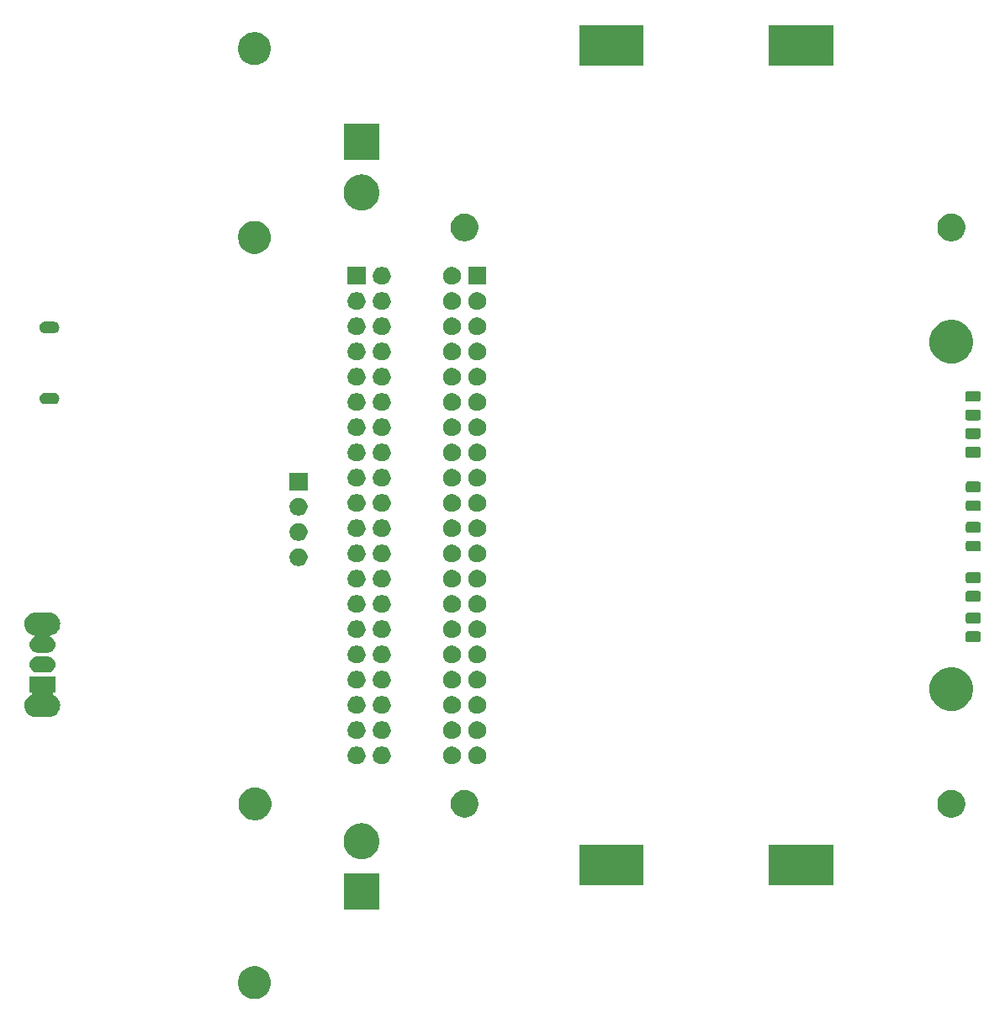
<source format=gts>
G04 #@! TF.GenerationSoftware,KiCad,Pcbnew,(5.1.5)-3*
G04 #@! TF.CreationDate,2020-04-18T23:18:02+01:00*
G04 #@! TF.ProjectId,langpie,6c616e67-7069-4652-9e6b-696361645f70,rev?*
G04 #@! TF.SameCoordinates,Original*
G04 #@! TF.FileFunction,Soldermask,Top*
G04 #@! TF.FilePolarity,Negative*
%FSLAX46Y46*%
G04 Gerber Fmt 4.6, Leading zero omitted, Abs format (unit mm)*
G04 Created by KiCad (PCBNEW (5.1.5)-3) date 2020-04-18 23:18:02*
%MOMM*%
%LPD*%
G04 APERTURE LIST*
%ADD10C,0.100000*%
G04 APERTURE END LIST*
D10*
G36*
X121590256Y-144622298D02*
G01*
X121696579Y-144643447D01*
X121997042Y-144767903D01*
X122267451Y-144948585D01*
X122497415Y-145178549D01*
X122678097Y-145448958D01*
X122802553Y-145749421D01*
X122866000Y-146068391D01*
X122866000Y-146393609D01*
X122802553Y-146712579D01*
X122678097Y-147013042D01*
X122497415Y-147283451D01*
X122267451Y-147513415D01*
X121997042Y-147694097D01*
X121696579Y-147818553D01*
X121590256Y-147839702D01*
X121377611Y-147882000D01*
X121052389Y-147882000D01*
X120839744Y-147839702D01*
X120733421Y-147818553D01*
X120432958Y-147694097D01*
X120162549Y-147513415D01*
X119932585Y-147283451D01*
X119751903Y-147013042D01*
X119627447Y-146712579D01*
X119564000Y-146393609D01*
X119564000Y-146068391D01*
X119627447Y-145749421D01*
X119751903Y-145448958D01*
X119932585Y-145178549D01*
X120162549Y-144948585D01*
X120432958Y-144767903D01*
X120733421Y-144643447D01*
X120839744Y-144622298D01*
X121052389Y-144580000D01*
X121377611Y-144580000D01*
X121590256Y-144622298D01*
G37*
G36*
X133794060Y-138873060D02*
G01*
X130191940Y-138873060D01*
X130191940Y-135270940D01*
X133794060Y-135270940D01*
X133794060Y-138873060D01*
G37*
G36*
X179465000Y-136456000D02*
G01*
X173013000Y-136456000D01*
X173013000Y-132354000D01*
X179465000Y-132354000D01*
X179465000Y-136456000D01*
G37*
G36*
X160365000Y-136456000D02*
G01*
X153913000Y-136456000D01*
X153913000Y-132354000D01*
X160365000Y-132354000D01*
X160365000Y-136456000D01*
G37*
G36*
X132219905Y-130200789D02*
G01*
X132518350Y-130260153D01*
X132846122Y-130395921D01*
X133141109Y-130593025D01*
X133391975Y-130843891D01*
X133589079Y-131138878D01*
X133724847Y-131466650D01*
X133794060Y-131814611D01*
X133794060Y-132169389D01*
X133724847Y-132517350D01*
X133589079Y-132845122D01*
X133391975Y-133140109D01*
X133141109Y-133390975D01*
X132846122Y-133588079D01*
X132518350Y-133723847D01*
X132219905Y-133783211D01*
X132170390Y-133793060D01*
X131815610Y-133793060D01*
X131766095Y-133783211D01*
X131467650Y-133723847D01*
X131139878Y-133588079D01*
X130844891Y-133390975D01*
X130594025Y-133140109D01*
X130396921Y-132845122D01*
X130261153Y-132517350D01*
X130191940Y-132169389D01*
X130191940Y-131814611D01*
X130261153Y-131466650D01*
X130396921Y-131138878D01*
X130594025Y-130843891D01*
X130844891Y-130593025D01*
X131139878Y-130395921D01*
X131467650Y-130260153D01*
X131766095Y-130200789D01*
X131815610Y-130190940D01*
X132170390Y-130190940D01*
X132219905Y-130200789D01*
G37*
G36*
X121640256Y-126622298D02*
G01*
X121746579Y-126643447D01*
X122047042Y-126767903D01*
X122317451Y-126948585D01*
X122547415Y-127178549D01*
X122728097Y-127448958D01*
X122852553Y-127749421D01*
X122916000Y-128068391D01*
X122916000Y-128393609D01*
X122852553Y-128712579D01*
X122728097Y-129013042D01*
X122547415Y-129283451D01*
X122317451Y-129513415D01*
X122047042Y-129694097D01*
X121746579Y-129818553D01*
X121640256Y-129839702D01*
X121427611Y-129882000D01*
X121102389Y-129882000D01*
X120889744Y-129839702D01*
X120783421Y-129818553D01*
X120482958Y-129694097D01*
X120212549Y-129513415D01*
X119982585Y-129283451D01*
X119801903Y-129013042D01*
X119677447Y-128712579D01*
X119614000Y-128393609D01*
X119614000Y-128068391D01*
X119677447Y-127749421D01*
X119801903Y-127448958D01*
X119982585Y-127178549D01*
X120212549Y-126948585D01*
X120482958Y-126767903D01*
X120783421Y-126643447D01*
X120889744Y-126622298D01*
X121102389Y-126580000D01*
X121427611Y-126580000D01*
X121640256Y-126622298D01*
G37*
G36*
X142683433Y-126865893D02*
G01*
X142773657Y-126883839D01*
X142879267Y-126927585D01*
X143028621Y-126989449D01*
X143028622Y-126989450D01*
X143258086Y-127142772D01*
X143453228Y-127337914D01*
X143527425Y-127448958D01*
X143606551Y-127567379D01*
X143712161Y-127822344D01*
X143766000Y-128093012D01*
X143766000Y-128368988D01*
X143712161Y-128639656D01*
X143606551Y-128894621D01*
X143606550Y-128894622D01*
X143453228Y-129124086D01*
X143258086Y-129319228D01*
X143104763Y-129421675D01*
X143028621Y-129472551D01*
X142929964Y-129513416D01*
X142773657Y-129578161D01*
X142683433Y-129596107D01*
X142502988Y-129632000D01*
X142227012Y-129632000D01*
X142046567Y-129596107D01*
X141956343Y-129578161D01*
X141800036Y-129513416D01*
X141701379Y-129472551D01*
X141625237Y-129421675D01*
X141471914Y-129319228D01*
X141276772Y-129124086D01*
X141123450Y-128894622D01*
X141123449Y-128894621D01*
X141017839Y-128639656D01*
X140964000Y-128368988D01*
X140964000Y-128093012D01*
X141017839Y-127822344D01*
X141123449Y-127567379D01*
X141202575Y-127448958D01*
X141276772Y-127337914D01*
X141471914Y-127142772D01*
X141701378Y-126989450D01*
X141701379Y-126989449D01*
X141850733Y-126927585D01*
X141956343Y-126883839D01*
X142046567Y-126865893D01*
X142227012Y-126830000D01*
X142502988Y-126830000D01*
X142683433Y-126865893D01*
G37*
G36*
X191683433Y-126865893D02*
G01*
X191773657Y-126883839D01*
X191879267Y-126927585D01*
X192028621Y-126989449D01*
X192028622Y-126989450D01*
X192258086Y-127142772D01*
X192453228Y-127337914D01*
X192527425Y-127448958D01*
X192606551Y-127567379D01*
X192712161Y-127822344D01*
X192766000Y-128093012D01*
X192766000Y-128368988D01*
X192712161Y-128639656D01*
X192606551Y-128894621D01*
X192606550Y-128894622D01*
X192453228Y-129124086D01*
X192258086Y-129319228D01*
X192104763Y-129421675D01*
X192028621Y-129472551D01*
X191929964Y-129513416D01*
X191773657Y-129578161D01*
X191683433Y-129596107D01*
X191502988Y-129632000D01*
X191227012Y-129632000D01*
X191046567Y-129596107D01*
X190956343Y-129578161D01*
X190800036Y-129513416D01*
X190701379Y-129472551D01*
X190625237Y-129421675D01*
X190471914Y-129319228D01*
X190276772Y-129124086D01*
X190123450Y-128894622D01*
X190123449Y-128894621D01*
X190017839Y-128639656D01*
X189964000Y-128368988D01*
X189964000Y-128093012D01*
X190017839Y-127822344D01*
X190123449Y-127567379D01*
X190202575Y-127448958D01*
X190276772Y-127337914D01*
X190471914Y-127142772D01*
X190701378Y-126989450D01*
X190701379Y-126989449D01*
X190850733Y-126927585D01*
X190956343Y-126883839D01*
X191046567Y-126865893D01*
X191227012Y-126830000D01*
X191502988Y-126830000D01*
X191683433Y-126865893D01*
G37*
G36*
X141198512Y-122464927D02*
G01*
X141347812Y-122494624D01*
X141511784Y-122562544D01*
X141659354Y-122661147D01*
X141784853Y-122786646D01*
X141883456Y-122934216D01*
X141951376Y-123098188D01*
X141981073Y-123247488D01*
X141985006Y-123267259D01*
X141986000Y-123272259D01*
X141986000Y-123449741D01*
X141951376Y-123623812D01*
X141883456Y-123787784D01*
X141784853Y-123935354D01*
X141659354Y-124060853D01*
X141511784Y-124159456D01*
X141347812Y-124227376D01*
X141198878Y-124257000D01*
X141173742Y-124262000D01*
X140996258Y-124262000D01*
X140971122Y-124257000D01*
X140822188Y-124227376D01*
X140658216Y-124159456D01*
X140510646Y-124060853D01*
X140385147Y-123935354D01*
X140286544Y-123787784D01*
X140218624Y-123623812D01*
X140184000Y-123449741D01*
X140184000Y-123272259D01*
X140184995Y-123267259D01*
X140188927Y-123247488D01*
X140218624Y-123098188D01*
X140286544Y-122934216D01*
X140385147Y-122786646D01*
X140510646Y-122661147D01*
X140658216Y-122562544D01*
X140822188Y-122494624D01*
X140971488Y-122464927D01*
X140996258Y-122460000D01*
X141173742Y-122460000D01*
X141198512Y-122464927D01*
G37*
G36*
X143738512Y-122464927D02*
G01*
X143887812Y-122494624D01*
X144051784Y-122562544D01*
X144199354Y-122661147D01*
X144324853Y-122786646D01*
X144423456Y-122934216D01*
X144491376Y-123098188D01*
X144521073Y-123247488D01*
X144525006Y-123267259D01*
X144526000Y-123272259D01*
X144526000Y-123449741D01*
X144491376Y-123623812D01*
X144423456Y-123787784D01*
X144324853Y-123935354D01*
X144199354Y-124060853D01*
X144051784Y-124159456D01*
X143887812Y-124227376D01*
X143738878Y-124257000D01*
X143713742Y-124262000D01*
X143536258Y-124262000D01*
X143511122Y-124257000D01*
X143362188Y-124227376D01*
X143198216Y-124159456D01*
X143050646Y-124060853D01*
X142925147Y-123935354D01*
X142826544Y-123787784D01*
X142758624Y-123623812D01*
X142724000Y-123449741D01*
X142724000Y-123272259D01*
X142724995Y-123267259D01*
X142728927Y-123247488D01*
X142758624Y-123098188D01*
X142826544Y-122934216D01*
X142925147Y-122786646D01*
X143050646Y-122661147D01*
X143198216Y-122562544D01*
X143362188Y-122494624D01*
X143511488Y-122464927D01*
X143536258Y-122460000D01*
X143713742Y-122460000D01*
X143738512Y-122464927D01*
G37*
G36*
X131598512Y-122459927D02*
G01*
X131747812Y-122489624D01*
X131911784Y-122557544D01*
X132059354Y-122656147D01*
X132184853Y-122781646D01*
X132283456Y-122929216D01*
X132351376Y-123093188D01*
X132381073Y-123242488D01*
X132386000Y-123267258D01*
X132386000Y-123444742D01*
X132385005Y-123449742D01*
X132351376Y-123618812D01*
X132283456Y-123782784D01*
X132184853Y-123930354D01*
X132059354Y-124055853D01*
X131911784Y-124154456D01*
X131747812Y-124222376D01*
X131598512Y-124252073D01*
X131573742Y-124257000D01*
X131396258Y-124257000D01*
X131371488Y-124252073D01*
X131222188Y-124222376D01*
X131058216Y-124154456D01*
X130910646Y-124055853D01*
X130785147Y-123930354D01*
X130686544Y-123782784D01*
X130618624Y-123618812D01*
X130584995Y-123449742D01*
X130584000Y-123444742D01*
X130584000Y-123267258D01*
X130588927Y-123242488D01*
X130618624Y-123093188D01*
X130686544Y-122929216D01*
X130785147Y-122781646D01*
X130910646Y-122656147D01*
X131058216Y-122557544D01*
X131222188Y-122489624D01*
X131371488Y-122459927D01*
X131396258Y-122455000D01*
X131573742Y-122455000D01*
X131598512Y-122459927D01*
G37*
G36*
X134138512Y-122459927D02*
G01*
X134287812Y-122489624D01*
X134451784Y-122557544D01*
X134599354Y-122656147D01*
X134724853Y-122781646D01*
X134823456Y-122929216D01*
X134891376Y-123093188D01*
X134921073Y-123242488D01*
X134926000Y-123267258D01*
X134926000Y-123444742D01*
X134925005Y-123449742D01*
X134891376Y-123618812D01*
X134823456Y-123782784D01*
X134724853Y-123930354D01*
X134599354Y-124055853D01*
X134451784Y-124154456D01*
X134287812Y-124222376D01*
X134138512Y-124252073D01*
X134113742Y-124257000D01*
X133936258Y-124257000D01*
X133911488Y-124252073D01*
X133762188Y-124222376D01*
X133598216Y-124154456D01*
X133450646Y-124055853D01*
X133325147Y-123930354D01*
X133226544Y-123782784D01*
X133158624Y-123618812D01*
X133124995Y-123449742D01*
X133124000Y-123444742D01*
X133124000Y-123267258D01*
X133128927Y-123242488D01*
X133158624Y-123093188D01*
X133226544Y-122929216D01*
X133325147Y-122781646D01*
X133450646Y-122656147D01*
X133598216Y-122557544D01*
X133762188Y-122489624D01*
X133911488Y-122459927D01*
X133936258Y-122455000D01*
X134113742Y-122455000D01*
X134138512Y-122459927D01*
G37*
G36*
X141198512Y-119924927D02*
G01*
X141347812Y-119954624D01*
X141511784Y-120022544D01*
X141659354Y-120121147D01*
X141784853Y-120246646D01*
X141883456Y-120394216D01*
X141951376Y-120558188D01*
X141981073Y-120707488D01*
X141985006Y-120727259D01*
X141986000Y-120732259D01*
X141986000Y-120909741D01*
X141951376Y-121083812D01*
X141883456Y-121247784D01*
X141784853Y-121395354D01*
X141659354Y-121520853D01*
X141511784Y-121619456D01*
X141347812Y-121687376D01*
X141198878Y-121717000D01*
X141173742Y-121722000D01*
X140996258Y-121722000D01*
X140971122Y-121717000D01*
X140822188Y-121687376D01*
X140658216Y-121619456D01*
X140510646Y-121520853D01*
X140385147Y-121395354D01*
X140286544Y-121247784D01*
X140218624Y-121083812D01*
X140184000Y-120909741D01*
X140184000Y-120732259D01*
X140184995Y-120727259D01*
X140188927Y-120707488D01*
X140218624Y-120558188D01*
X140286544Y-120394216D01*
X140385147Y-120246646D01*
X140510646Y-120121147D01*
X140658216Y-120022544D01*
X140822188Y-119954624D01*
X140971488Y-119924927D01*
X140996258Y-119920000D01*
X141173742Y-119920000D01*
X141198512Y-119924927D01*
G37*
G36*
X143738512Y-119924927D02*
G01*
X143887812Y-119954624D01*
X144051784Y-120022544D01*
X144199354Y-120121147D01*
X144324853Y-120246646D01*
X144423456Y-120394216D01*
X144491376Y-120558188D01*
X144521073Y-120707488D01*
X144525006Y-120727259D01*
X144526000Y-120732259D01*
X144526000Y-120909741D01*
X144491376Y-121083812D01*
X144423456Y-121247784D01*
X144324853Y-121395354D01*
X144199354Y-121520853D01*
X144051784Y-121619456D01*
X143887812Y-121687376D01*
X143738878Y-121717000D01*
X143713742Y-121722000D01*
X143536258Y-121722000D01*
X143511122Y-121717000D01*
X143362188Y-121687376D01*
X143198216Y-121619456D01*
X143050646Y-121520853D01*
X142925147Y-121395354D01*
X142826544Y-121247784D01*
X142758624Y-121083812D01*
X142724000Y-120909741D01*
X142724000Y-120732259D01*
X142724995Y-120727259D01*
X142728927Y-120707488D01*
X142758624Y-120558188D01*
X142826544Y-120394216D01*
X142925147Y-120246646D01*
X143050646Y-120121147D01*
X143198216Y-120022544D01*
X143362188Y-119954624D01*
X143511488Y-119924927D01*
X143536258Y-119920000D01*
X143713742Y-119920000D01*
X143738512Y-119924927D01*
G37*
G36*
X131598512Y-119919927D02*
G01*
X131747812Y-119949624D01*
X131911784Y-120017544D01*
X132059354Y-120116147D01*
X132184853Y-120241646D01*
X132283456Y-120389216D01*
X132351376Y-120553188D01*
X132381073Y-120702488D01*
X132386000Y-120727258D01*
X132386000Y-120904742D01*
X132385005Y-120909742D01*
X132351376Y-121078812D01*
X132283456Y-121242784D01*
X132184853Y-121390354D01*
X132059354Y-121515853D01*
X131911784Y-121614456D01*
X131747812Y-121682376D01*
X131598512Y-121712073D01*
X131573742Y-121717000D01*
X131396258Y-121717000D01*
X131371488Y-121712073D01*
X131222188Y-121682376D01*
X131058216Y-121614456D01*
X130910646Y-121515853D01*
X130785147Y-121390354D01*
X130686544Y-121242784D01*
X130618624Y-121078812D01*
X130584995Y-120909742D01*
X130584000Y-120904742D01*
X130584000Y-120727258D01*
X130588927Y-120702488D01*
X130618624Y-120553188D01*
X130686544Y-120389216D01*
X130785147Y-120241646D01*
X130910646Y-120116147D01*
X131058216Y-120017544D01*
X131222188Y-119949624D01*
X131371488Y-119919927D01*
X131396258Y-119915000D01*
X131573742Y-119915000D01*
X131598512Y-119919927D01*
G37*
G36*
X134138512Y-119919927D02*
G01*
X134287812Y-119949624D01*
X134451784Y-120017544D01*
X134599354Y-120116147D01*
X134724853Y-120241646D01*
X134823456Y-120389216D01*
X134891376Y-120553188D01*
X134921073Y-120702488D01*
X134926000Y-120727258D01*
X134926000Y-120904742D01*
X134925005Y-120909742D01*
X134891376Y-121078812D01*
X134823456Y-121242784D01*
X134724853Y-121390354D01*
X134599354Y-121515853D01*
X134451784Y-121614456D01*
X134287812Y-121682376D01*
X134138512Y-121712073D01*
X134113742Y-121717000D01*
X133936258Y-121717000D01*
X133911488Y-121712073D01*
X133762188Y-121682376D01*
X133598216Y-121614456D01*
X133450646Y-121515853D01*
X133325147Y-121390354D01*
X133226544Y-121242784D01*
X133158624Y-121078812D01*
X133124995Y-120909742D01*
X133124000Y-120904742D01*
X133124000Y-120727258D01*
X133128927Y-120702488D01*
X133158624Y-120553188D01*
X133226544Y-120389216D01*
X133325147Y-120241646D01*
X133450646Y-120116147D01*
X133598216Y-120017544D01*
X133762188Y-119949624D01*
X133911488Y-119919927D01*
X133936258Y-119915000D01*
X134113742Y-119915000D01*
X134138512Y-119919927D01*
G37*
G36*
X101163000Y-117013000D02*
G01*
X101022445Y-117013000D01*
X100998059Y-117015402D01*
X100974610Y-117022515D01*
X100952999Y-117034066D01*
X100934057Y-117049611D01*
X100918512Y-117068553D01*
X100906961Y-117090164D01*
X100899848Y-117113613D01*
X100897446Y-117137999D01*
X100899848Y-117162385D01*
X100906961Y-117185834D01*
X100918512Y-117207445D01*
X100934057Y-117226387D01*
X100952999Y-117241932D01*
X100963521Y-117248238D01*
X101154555Y-117350347D01*
X101329818Y-117494182D01*
X101473653Y-117669445D01*
X101569743Y-117849218D01*
X101580530Y-117869400D01*
X101646346Y-118086365D01*
X101668569Y-118312000D01*
X101646346Y-118537635D01*
X101594732Y-118707784D01*
X101580529Y-118754602D01*
X101473653Y-118954555D01*
X101329818Y-119129818D01*
X101154555Y-119273653D01*
X100954602Y-119380529D01*
X100954600Y-119380530D01*
X100737635Y-119446346D01*
X100681271Y-119451897D01*
X100568545Y-119463000D01*
X99155455Y-119463000D01*
X99042729Y-119451897D01*
X98986365Y-119446346D01*
X98769400Y-119380530D01*
X98769398Y-119380529D01*
X98569445Y-119273653D01*
X98394182Y-119129818D01*
X98250347Y-118954555D01*
X98143471Y-118754602D01*
X98129269Y-118707784D01*
X98077654Y-118537635D01*
X98055431Y-118312000D01*
X98077654Y-118086365D01*
X98143470Y-117869400D01*
X98154257Y-117849218D01*
X98250347Y-117669445D01*
X98394182Y-117494182D01*
X98569445Y-117350347D01*
X98760479Y-117248238D01*
X98780853Y-117234625D01*
X98798180Y-117217298D01*
X98811794Y-117196923D01*
X98821172Y-117174285D01*
X98825952Y-117150251D01*
X98825952Y-117125747D01*
X98821172Y-117101714D01*
X98811794Y-117079075D01*
X98798181Y-117058701D01*
X98780854Y-117041374D01*
X98760479Y-117027760D01*
X98737841Y-117018382D01*
X98713807Y-117013602D01*
X98701555Y-117013000D01*
X98561000Y-117013000D01*
X98561000Y-115411000D01*
X101163000Y-115411000D01*
X101163000Y-117013000D01*
G37*
G36*
X141198512Y-117384927D02*
G01*
X141347812Y-117414624D01*
X141511784Y-117482544D01*
X141659354Y-117581147D01*
X141784853Y-117706646D01*
X141883456Y-117854216D01*
X141951376Y-118018188D01*
X141981073Y-118167488D01*
X141985006Y-118187259D01*
X141986000Y-118192259D01*
X141986000Y-118369741D01*
X141951376Y-118543812D01*
X141883456Y-118707784D01*
X141784853Y-118855354D01*
X141659354Y-118980853D01*
X141511784Y-119079456D01*
X141347812Y-119147376D01*
X141198878Y-119177000D01*
X141173742Y-119182000D01*
X140996258Y-119182000D01*
X140971122Y-119177000D01*
X140822188Y-119147376D01*
X140658216Y-119079456D01*
X140510646Y-118980853D01*
X140385147Y-118855354D01*
X140286544Y-118707784D01*
X140218624Y-118543812D01*
X140184000Y-118369741D01*
X140184000Y-118192259D01*
X140184995Y-118187259D01*
X140188927Y-118167488D01*
X140218624Y-118018188D01*
X140286544Y-117854216D01*
X140385147Y-117706646D01*
X140510646Y-117581147D01*
X140658216Y-117482544D01*
X140822188Y-117414624D01*
X140971488Y-117384927D01*
X140996258Y-117380000D01*
X141173742Y-117380000D01*
X141198512Y-117384927D01*
G37*
G36*
X143738512Y-117384927D02*
G01*
X143887812Y-117414624D01*
X144051784Y-117482544D01*
X144199354Y-117581147D01*
X144324853Y-117706646D01*
X144423456Y-117854216D01*
X144491376Y-118018188D01*
X144521073Y-118167488D01*
X144525006Y-118187259D01*
X144526000Y-118192259D01*
X144526000Y-118369741D01*
X144491376Y-118543812D01*
X144423456Y-118707784D01*
X144324853Y-118855354D01*
X144199354Y-118980853D01*
X144051784Y-119079456D01*
X143887812Y-119147376D01*
X143738878Y-119177000D01*
X143713742Y-119182000D01*
X143536258Y-119182000D01*
X143511122Y-119177000D01*
X143362188Y-119147376D01*
X143198216Y-119079456D01*
X143050646Y-118980853D01*
X142925147Y-118855354D01*
X142826544Y-118707784D01*
X142758624Y-118543812D01*
X142724000Y-118369741D01*
X142724000Y-118192259D01*
X142724995Y-118187259D01*
X142728927Y-118167488D01*
X142758624Y-118018188D01*
X142826544Y-117854216D01*
X142925147Y-117706646D01*
X143050646Y-117581147D01*
X143198216Y-117482544D01*
X143362188Y-117414624D01*
X143511488Y-117384927D01*
X143536258Y-117380000D01*
X143713742Y-117380000D01*
X143738512Y-117384927D01*
G37*
G36*
X131598512Y-117379927D02*
G01*
X131747812Y-117409624D01*
X131911784Y-117477544D01*
X132059354Y-117576147D01*
X132184853Y-117701646D01*
X132283456Y-117849216D01*
X132351376Y-118013188D01*
X132381073Y-118162488D01*
X132386000Y-118187258D01*
X132386000Y-118364742D01*
X132385005Y-118369742D01*
X132351376Y-118538812D01*
X132283456Y-118702784D01*
X132184853Y-118850354D01*
X132059354Y-118975853D01*
X131911784Y-119074456D01*
X131747812Y-119142376D01*
X131598512Y-119172073D01*
X131573742Y-119177000D01*
X131396258Y-119177000D01*
X131371488Y-119172073D01*
X131222188Y-119142376D01*
X131058216Y-119074456D01*
X130910646Y-118975853D01*
X130785147Y-118850354D01*
X130686544Y-118702784D01*
X130618624Y-118538812D01*
X130584995Y-118369742D01*
X130584000Y-118364742D01*
X130584000Y-118187258D01*
X130588927Y-118162488D01*
X130618624Y-118013188D01*
X130686544Y-117849216D01*
X130785147Y-117701646D01*
X130910646Y-117576147D01*
X131058216Y-117477544D01*
X131222188Y-117409624D01*
X131371488Y-117379927D01*
X131396258Y-117375000D01*
X131573742Y-117375000D01*
X131598512Y-117379927D01*
G37*
G36*
X134138512Y-117379927D02*
G01*
X134287812Y-117409624D01*
X134451784Y-117477544D01*
X134599354Y-117576147D01*
X134724853Y-117701646D01*
X134823456Y-117849216D01*
X134891376Y-118013188D01*
X134921073Y-118162488D01*
X134926000Y-118187258D01*
X134926000Y-118364742D01*
X134925005Y-118369742D01*
X134891376Y-118538812D01*
X134823456Y-118702784D01*
X134724853Y-118850354D01*
X134599354Y-118975853D01*
X134451784Y-119074456D01*
X134287812Y-119142376D01*
X134138512Y-119172073D01*
X134113742Y-119177000D01*
X133936258Y-119177000D01*
X133911488Y-119172073D01*
X133762188Y-119142376D01*
X133598216Y-119074456D01*
X133450646Y-118975853D01*
X133325147Y-118850354D01*
X133226544Y-118702784D01*
X133158624Y-118538812D01*
X133124995Y-118369742D01*
X133124000Y-118364742D01*
X133124000Y-118187258D01*
X133128927Y-118162488D01*
X133158624Y-118013188D01*
X133226544Y-117849216D01*
X133325147Y-117701646D01*
X133450646Y-117576147D01*
X133598216Y-117477544D01*
X133762188Y-117409624D01*
X133911488Y-117379927D01*
X133936258Y-117375000D01*
X134113742Y-117375000D01*
X134138512Y-117379927D01*
G37*
G36*
X192007007Y-114564582D02*
G01*
X192407563Y-114730498D01*
X192407565Y-114730499D01*
X192768056Y-114971371D01*
X193074629Y-115277944D01*
X193208428Y-115478189D01*
X193315502Y-115638437D01*
X193481418Y-116038993D01*
X193566000Y-116464219D01*
X193566000Y-116897781D01*
X193481418Y-117323007D01*
X193374492Y-117581148D01*
X193315501Y-117723565D01*
X193074629Y-118084056D01*
X192768056Y-118390629D01*
X192407565Y-118631501D01*
X192407564Y-118631502D01*
X192407563Y-118631502D01*
X192007007Y-118797418D01*
X191581781Y-118882000D01*
X191148219Y-118882000D01*
X190722993Y-118797418D01*
X190322437Y-118631502D01*
X190322436Y-118631502D01*
X190322435Y-118631501D01*
X189961944Y-118390629D01*
X189655371Y-118084056D01*
X189414499Y-117723565D01*
X189355508Y-117581148D01*
X189248582Y-117323007D01*
X189164000Y-116897781D01*
X189164000Y-116464219D01*
X189248582Y-116038993D01*
X189414498Y-115638437D01*
X189521572Y-115478189D01*
X189655371Y-115277944D01*
X189961944Y-114971371D01*
X190322435Y-114730499D01*
X190322437Y-114730498D01*
X190722993Y-114564582D01*
X191148219Y-114480000D01*
X191581781Y-114480000D01*
X192007007Y-114564582D01*
G37*
G36*
X141198512Y-114844927D02*
G01*
X141347812Y-114874624D01*
X141511784Y-114942544D01*
X141659354Y-115041147D01*
X141784853Y-115166646D01*
X141883456Y-115314216D01*
X141951376Y-115478188D01*
X141981073Y-115627488D01*
X141985006Y-115647259D01*
X141986000Y-115652259D01*
X141986000Y-115829741D01*
X141951376Y-116003812D01*
X141883456Y-116167784D01*
X141784853Y-116315354D01*
X141659354Y-116440853D01*
X141511784Y-116539456D01*
X141347812Y-116607376D01*
X141198878Y-116637000D01*
X141173742Y-116642000D01*
X140996258Y-116642000D01*
X140971122Y-116637000D01*
X140822188Y-116607376D01*
X140658216Y-116539456D01*
X140510646Y-116440853D01*
X140385147Y-116315354D01*
X140286544Y-116167784D01*
X140218624Y-116003812D01*
X140184000Y-115829741D01*
X140184000Y-115652259D01*
X140184995Y-115647259D01*
X140188927Y-115627488D01*
X140218624Y-115478188D01*
X140286544Y-115314216D01*
X140385147Y-115166646D01*
X140510646Y-115041147D01*
X140658216Y-114942544D01*
X140822188Y-114874624D01*
X140971488Y-114844927D01*
X140996258Y-114840000D01*
X141173742Y-114840000D01*
X141198512Y-114844927D01*
G37*
G36*
X143738512Y-114844927D02*
G01*
X143887812Y-114874624D01*
X144051784Y-114942544D01*
X144199354Y-115041147D01*
X144324853Y-115166646D01*
X144423456Y-115314216D01*
X144491376Y-115478188D01*
X144521073Y-115627488D01*
X144525006Y-115647259D01*
X144526000Y-115652259D01*
X144526000Y-115829741D01*
X144491376Y-116003812D01*
X144423456Y-116167784D01*
X144324853Y-116315354D01*
X144199354Y-116440853D01*
X144051784Y-116539456D01*
X143887812Y-116607376D01*
X143738878Y-116637000D01*
X143713742Y-116642000D01*
X143536258Y-116642000D01*
X143511122Y-116637000D01*
X143362188Y-116607376D01*
X143198216Y-116539456D01*
X143050646Y-116440853D01*
X142925147Y-116315354D01*
X142826544Y-116167784D01*
X142758624Y-116003812D01*
X142724000Y-115829741D01*
X142724000Y-115652259D01*
X142724995Y-115647259D01*
X142728927Y-115627488D01*
X142758624Y-115478188D01*
X142826544Y-115314216D01*
X142925147Y-115166646D01*
X143050646Y-115041147D01*
X143198216Y-114942544D01*
X143362188Y-114874624D01*
X143511488Y-114844927D01*
X143536258Y-114840000D01*
X143713742Y-114840000D01*
X143738512Y-114844927D01*
G37*
G36*
X131598512Y-114839927D02*
G01*
X131747812Y-114869624D01*
X131911784Y-114937544D01*
X132059354Y-115036147D01*
X132184853Y-115161646D01*
X132283456Y-115309216D01*
X132351376Y-115473188D01*
X132381073Y-115622488D01*
X132386000Y-115647258D01*
X132386000Y-115824742D01*
X132385005Y-115829742D01*
X132351376Y-115998812D01*
X132283456Y-116162784D01*
X132184853Y-116310354D01*
X132059354Y-116435853D01*
X131911784Y-116534456D01*
X131747812Y-116602376D01*
X131598512Y-116632073D01*
X131573742Y-116637000D01*
X131396258Y-116637000D01*
X131371488Y-116632073D01*
X131222188Y-116602376D01*
X131058216Y-116534456D01*
X130910646Y-116435853D01*
X130785147Y-116310354D01*
X130686544Y-116162784D01*
X130618624Y-115998812D01*
X130584995Y-115829742D01*
X130584000Y-115824742D01*
X130584000Y-115647258D01*
X130588927Y-115622488D01*
X130618624Y-115473188D01*
X130686544Y-115309216D01*
X130785147Y-115161646D01*
X130910646Y-115036147D01*
X131058216Y-114937544D01*
X131222188Y-114869624D01*
X131371488Y-114839927D01*
X131396258Y-114835000D01*
X131573742Y-114835000D01*
X131598512Y-114839927D01*
G37*
G36*
X134138512Y-114839927D02*
G01*
X134287812Y-114869624D01*
X134451784Y-114937544D01*
X134599354Y-115036147D01*
X134724853Y-115161646D01*
X134823456Y-115309216D01*
X134891376Y-115473188D01*
X134921073Y-115622488D01*
X134926000Y-115647258D01*
X134926000Y-115824742D01*
X134925005Y-115829742D01*
X134891376Y-115998812D01*
X134823456Y-116162784D01*
X134724853Y-116310354D01*
X134599354Y-116435853D01*
X134451784Y-116534456D01*
X134287812Y-116602376D01*
X134138512Y-116632073D01*
X134113742Y-116637000D01*
X133936258Y-116637000D01*
X133911488Y-116632073D01*
X133762188Y-116602376D01*
X133598216Y-116534456D01*
X133450646Y-116435853D01*
X133325147Y-116310354D01*
X133226544Y-116162784D01*
X133158624Y-115998812D01*
X133124995Y-115829742D01*
X133124000Y-115824742D01*
X133124000Y-115647258D01*
X133128927Y-115622488D01*
X133158624Y-115473188D01*
X133226544Y-115309216D01*
X133325147Y-115161646D01*
X133450646Y-115036147D01*
X133598216Y-114937544D01*
X133762188Y-114869624D01*
X133911488Y-114839927D01*
X133936258Y-114835000D01*
X134113742Y-114835000D01*
X134138512Y-114839927D01*
G37*
G36*
X100440571Y-113414863D02*
G01*
X100519023Y-113422590D01*
X100619682Y-113453125D01*
X100670013Y-113468392D01*
X100809165Y-113542771D01*
X100931133Y-113642867D01*
X101031229Y-113764835D01*
X101105608Y-113903987D01*
X101105608Y-113903988D01*
X101151410Y-114054977D01*
X101166875Y-114212000D01*
X101151410Y-114369023D01*
X101120875Y-114469682D01*
X101105608Y-114520013D01*
X101031229Y-114659165D01*
X100931133Y-114781133D01*
X100809165Y-114881229D01*
X100670013Y-114955608D01*
X100619682Y-114970875D01*
X100519023Y-115001410D01*
X100440571Y-115009137D01*
X100401346Y-115013000D01*
X99322654Y-115013000D01*
X99283429Y-115009137D01*
X99204977Y-115001410D01*
X99104318Y-114970875D01*
X99053987Y-114955608D01*
X98914835Y-114881229D01*
X98792867Y-114781133D01*
X98692771Y-114659165D01*
X98618392Y-114520013D01*
X98603125Y-114469682D01*
X98572590Y-114369023D01*
X98557125Y-114212000D01*
X98572590Y-114054977D01*
X98618392Y-113903988D01*
X98618392Y-113903987D01*
X98692771Y-113764835D01*
X98792867Y-113642867D01*
X98914835Y-113542771D01*
X99053987Y-113468392D01*
X99104318Y-113453125D01*
X99204977Y-113422590D01*
X99283429Y-113414863D01*
X99322654Y-113411000D01*
X100401346Y-113411000D01*
X100440571Y-113414863D01*
G37*
G36*
X141198512Y-112304927D02*
G01*
X141347812Y-112334624D01*
X141511784Y-112402544D01*
X141659354Y-112501147D01*
X141784853Y-112626646D01*
X141883456Y-112774216D01*
X141951376Y-112938188D01*
X141981073Y-113087488D01*
X141985006Y-113107259D01*
X141986000Y-113112259D01*
X141986000Y-113289741D01*
X141951376Y-113463812D01*
X141883456Y-113627784D01*
X141784853Y-113775354D01*
X141659354Y-113900853D01*
X141511784Y-113999456D01*
X141347812Y-114067376D01*
X141198878Y-114097000D01*
X141173742Y-114102000D01*
X140996258Y-114102000D01*
X140971122Y-114097000D01*
X140822188Y-114067376D01*
X140658216Y-113999456D01*
X140510646Y-113900853D01*
X140385147Y-113775354D01*
X140286544Y-113627784D01*
X140218624Y-113463812D01*
X140184000Y-113289741D01*
X140184000Y-113112259D01*
X140184995Y-113107259D01*
X140188927Y-113087488D01*
X140218624Y-112938188D01*
X140286544Y-112774216D01*
X140385147Y-112626646D01*
X140510646Y-112501147D01*
X140658216Y-112402544D01*
X140822188Y-112334624D01*
X140971488Y-112304927D01*
X140996258Y-112300000D01*
X141173742Y-112300000D01*
X141198512Y-112304927D01*
G37*
G36*
X143738512Y-112304927D02*
G01*
X143887812Y-112334624D01*
X144051784Y-112402544D01*
X144199354Y-112501147D01*
X144324853Y-112626646D01*
X144423456Y-112774216D01*
X144491376Y-112938188D01*
X144521073Y-113087488D01*
X144525006Y-113107259D01*
X144526000Y-113112259D01*
X144526000Y-113289741D01*
X144491376Y-113463812D01*
X144423456Y-113627784D01*
X144324853Y-113775354D01*
X144199354Y-113900853D01*
X144051784Y-113999456D01*
X143887812Y-114067376D01*
X143738878Y-114097000D01*
X143713742Y-114102000D01*
X143536258Y-114102000D01*
X143511122Y-114097000D01*
X143362188Y-114067376D01*
X143198216Y-113999456D01*
X143050646Y-113900853D01*
X142925147Y-113775354D01*
X142826544Y-113627784D01*
X142758624Y-113463812D01*
X142724000Y-113289741D01*
X142724000Y-113112259D01*
X142724995Y-113107259D01*
X142728927Y-113087488D01*
X142758624Y-112938188D01*
X142826544Y-112774216D01*
X142925147Y-112626646D01*
X143050646Y-112501147D01*
X143198216Y-112402544D01*
X143362188Y-112334624D01*
X143511488Y-112304927D01*
X143536258Y-112300000D01*
X143713742Y-112300000D01*
X143738512Y-112304927D01*
G37*
G36*
X131598512Y-112299927D02*
G01*
X131747812Y-112329624D01*
X131911784Y-112397544D01*
X132059354Y-112496147D01*
X132184853Y-112621646D01*
X132283456Y-112769216D01*
X132351376Y-112933188D01*
X132367251Y-113013000D01*
X132386000Y-113107258D01*
X132386000Y-113284742D01*
X132385005Y-113289742D01*
X132351376Y-113458812D01*
X132283456Y-113622784D01*
X132184853Y-113770354D01*
X132059354Y-113895853D01*
X131911784Y-113994456D01*
X131747812Y-114062376D01*
X131598512Y-114092073D01*
X131573742Y-114097000D01*
X131396258Y-114097000D01*
X131371488Y-114092073D01*
X131222188Y-114062376D01*
X131058216Y-113994456D01*
X130910646Y-113895853D01*
X130785147Y-113770354D01*
X130686544Y-113622784D01*
X130618624Y-113458812D01*
X130584995Y-113289742D01*
X130584000Y-113284742D01*
X130584000Y-113107258D01*
X130602749Y-113013000D01*
X130618624Y-112933188D01*
X130686544Y-112769216D01*
X130785147Y-112621646D01*
X130910646Y-112496147D01*
X131058216Y-112397544D01*
X131222188Y-112329624D01*
X131371488Y-112299927D01*
X131396258Y-112295000D01*
X131573742Y-112295000D01*
X131598512Y-112299927D01*
G37*
G36*
X134138512Y-112299927D02*
G01*
X134287812Y-112329624D01*
X134451784Y-112397544D01*
X134599354Y-112496147D01*
X134724853Y-112621646D01*
X134823456Y-112769216D01*
X134891376Y-112933188D01*
X134907251Y-113013000D01*
X134926000Y-113107258D01*
X134926000Y-113284742D01*
X134925005Y-113289742D01*
X134891376Y-113458812D01*
X134823456Y-113622784D01*
X134724853Y-113770354D01*
X134599354Y-113895853D01*
X134451784Y-113994456D01*
X134287812Y-114062376D01*
X134138512Y-114092073D01*
X134113742Y-114097000D01*
X133936258Y-114097000D01*
X133911488Y-114092073D01*
X133762188Y-114062376D01*
X133598216Y-113994456D01*
X133450646Y-113895853D01*
X133325147Y-113770354D01*
X133226544Y-113622784D01*
X133158624Y-113458812D01*
X133124995Y-113289742D01*
X133124000Y-113284742D01*
X133124000Y-113107258D01*
X133142749Y-113013000D01*
X133158624Y-112933188D01*
X133226544Y-112769216D01*
X133325147Y-112621646D01*
X133450646Y-112496147D01*
X133598216Y-112397544D01*
X133762188Y-112329624D01*
X133911488Y-112299927D01*
X133936258Y-112295000D01*
X134113742Y-112295000D01*
X134138512Y-112299927D01*
G37*
G36*
X100681271Y-108972103D02*
G01*
X100737635Y-108977654D01*
X100954600Y-109043470D01*
X100954602Y-109043471D01*
X101154555Y-109150347D01*
X101329818Y-109294182D01*
X101473653Y-109469445D01*
X101580529Y-109669398D01*
X101580530Y-109669400D01*
X101646346Y-109886365D01*
X101668569Y-110112000D01*
X101646346Y-110337635D01*
X101629494Y-110393189D01*
X101580529Y-110554602D01*
X101473653Y-110754555D01*
X101329818Y-110929818D01*
X101154555Y-111073653D01*
X101014992Y-111148250D01*
X100954600Y-111180530D01*
X100737635Y-111246346D01*
X100737631Y-111246346D01*
X100735516Y-111246988D01*
X100715803Y-111250909D01*
X100693164Y-111260285D01*
X100672790Y-111273899D01*
X100655462Y-111291225D01*
X100641848Y-111311599D01*
X100632470Y-111334238D01*
X100627689Y-111358271D01*
X100627689Y-111382775D01*
X100632469Y-111406809D01*
X100641845Y-111429448D01*
X100655459Y-111449822D01*
X100672785Y-111467150D01*
X100693161Y-111480765D01*
X100809165Y-111542771D01*
X100931133Y-111642867D01*
X101031229Y-111764835D01*
X101105608Y-111903987D01*
X101105608Y-111903988D01*
X101151410Y-112054977D01*
X101166875Y-112212000D01*
X101151410Y-112369023D01*
X101120875Y-112469682D01*
X101105608Y-112520013D01*
X101031229Y-112659165D01*
X100931133Y-112781133D01*
X100809165Y-112881229D01*
X100670013Y-112955608D01*
X100619682Y-112970875D01*
X100519023Y-113001410D01*
X100440571Y-113009137D01*
X100401346Y-113013000D01*
X99322654Y-113013000D01*
X99283429Y-113009137D01*
X99204977Y-113001410D01*
X99104318Y-112970875D01*
X99053987Y-112955608D01*
X98914835Y-112881229D01*
X98792867Y-112781133D01*
X98692771Y-112659165D01*
X98618392Y-112520013D01*
X98603125Y-112469682D01*
X98572590Y-112369023D01*
X98557125Y-112212000D01*
X98572590Y-112054977D01*
X98618392Y-111903988D01*
X98618392Y-111903987D01*
X98692771Y-111764835D01*
X98792867Y-111642867D01*
X98914835Y-111542771D01*
X99030839Y-111480765D01*
X99051213Y-111467151D01*
X99068540Y-111449824D01*
X99082154Y-111429450D01*
X99091531Y-111406811D01*
X99096311Y-111382777D01*
X99096311Y-111358273D01*
X99091530Y-111334240D01*
X99082153Y-111311601D01*
X99068539Y-111291227D01*
X99051212Y-111273900D01*
X99030838Y-111260286D01*
X99008199Y-111250909D01*
X98988484Y-111246988D01*
X98986369Y-111246346D01*
X98986365Y-111246346D01*
X98769400Y-111180530D01*
X98709008Y-111148250D01*
X98569445Y-111073653D01*
X98394182Y-110929818D01*
X98250347Y-110754555D01*
X98143471Y-110554602D01*
X98094507Y-110393189D01*
X98077654Y-110337635D01*
X98055431Y-110112000D01*
X98077654Y-109886365D01*
X98143470Y-109669400D01*
X98143471Y-109669398D01*
X98250347Y-109469445D01*
X98394182Y-109294182D01*
X98569445Y-109150347D01*
X98769398Y-109043471D01*
X98769400Y-109043470D01*
X98986365Y-108977654D01*
X99042729Y-108972103D01*
X99155455Y-108961000D01*
X100568545Y-108961000D01*
X100681271Y-108972103D01*
G37*
G36*
X194158468Y-110883565D02*
G01*
X194197138Y-110895296D01*
X194232777Y-110914346D01*
X194264017Y-110939983D01*
X194289654Y-110971223D01*
X194308704Y-111006862D01*
X194320435Y-111045532D01*
X194325000Y-111091888D01*
X194325000Y-111743112D01*
X194320435Y-111789468D01*
X194308704Y-111828138D01*
X194289654Y-111863777D01*
X194264017Y-111895017D01*
X194232777Y-111920654D01*
X194197138Y-111939704D01*
X194158468Y-111951435D01*
X194112112Y-111956000D01*
X193035888Y-111956000D01*
X192989532Y-111951435D01*
X192950862Y-111939704D01*
X192915223Y-111920654D01*
X192883983Y-111895017D01*
X192858346Y-111863777D01*
X192839296Y-111828138D01*
X192827565Y-111789468D01*
X192823000Y-111743112D01*
X192823000Y-111091888D01*
X192827565Y-111045532D01*
X192839296Y-111006862D01*
X192858346Y-110971223D01*
X192883983Y-110939983D01*
X192915223Y-110914346D01*
X192950862Y-110895296D01*
X192989532Y-110883565D01*
X193035888Y-110879000D01*
X194112112Y-110879000D01*
X194158468Y-110883565D01*
G37*
G36*
X143738512Y-109764927D02*
G01*
X143887812Y-109794624D01*
X144051784Y-109862544D01*
X144199354Y-109961147D01*
X144324853Y-110086646D01*
X144423456Y-110234216D01*
X144491376Y-110398188D01*
X144521073Y-110547488D01*
X144526000Y-110572258D01*
X144526000Y-110749742D01*
X144521073Y-110774512D01*
X144491376Y-110923812D01*
X144423456Y-111087784D01*
X144324853Y-111235354D01*
X144199354Y-111360853D01*
X144051784Y-111459456D01*
X143887812Y-111527376D01*
X143738878Y-111557000D01*
X143713742Y-111562000D01*
X143536258Y-111562000D01*
X143511122Y-111557000D01*
X143362188Y-111527376D01*
X143198216Y-111459456D01*
X143050646Y-111360853D01*
X142925147Y-111235354D01*
X142826544Y-111087784D01*
X142758624Y-110923812D01*
X142728927Y-110774512D01*
X142724000Y-110749742D01*
X142724000Y-110572258D01*
X142728927Y-110547488D01*
X142758624Y-110398188D01*
X142826544Y-110234216D01*
X142925147Y-110086646D01*
X143050646Y-109961147D01*
X143198216Y-109862544D01*
X143362188Y-109794624D01*
X143511488Y-109764927D01*
X143536258Y-109760000D01*
X143713742Y-109760000D01*
X143738512Y-109764927D01*
G37*
G36*
X141198512Y-109764927D02*
G01*
X141347812Y-109794624D01*
X141511784Y-109862544D01*
X141659354Y-109961147D01*
X141784853Y-110086646D01*
X141883456Y-110234216D01*
X141951376Y-110398188D01*
X141981073Y-110547488D01*
X141986000Y-110572258D01*
X141986000Y-110749742D01*
X141981073Y-110774512D01*
X141951376Y-110923812D01*
X141883456Y-111087784D01*
X141784853Y-111235354D01*
X141659354Y-111360853D01*
X141511784Y-111459456D01*
X141347812Y-111527376D01*
X141198878Y-111557000D01*
X141173742Y-111562000D01*
X140996258Y-111562000D01*
X140971122Y-111557000D01*
X140822188Y-111527376D01*
X140658216Y-111459456D01*
X140510646Y-111360853D01*
X140385147Y-111235354D01*
X140286544Y-111087784D01*
X140218624Y-110923812D01*
X140188927Y-110774512D01*
X140184000Y-110749742D01*
X140184000Y-110572258D01*
X140188927Y-110547488D01*
X140218624Y-110398188D01*
X140286544Y-110234216D01*
X140385147Y-110086646D01*
X140510646Y-109961147D01*
X140658216Y-109862544D01*
X140822188Y-109794624D01*
X140971488Y-109764927D01*
X140996258Y-109760000D01*
X141173742Y-109760000D01*
X141198512Y-109764927D01*
G37*
G36*
X134138512Y-109759927D02*
G01*
X134287812Y-109789624D01*
X134451784Y-109857544D01*
X134599354Y-109956147D01*
X134724853Y-110081646D01*
X134823456Y-110229216D01*
X134891376Y-110393188D01*
X134921073Y-110542488D01*
X134926000Y-110567258D01*
X134926000Y-110744742D01*
X134925005Y-110749742D01*
X134891376Y-110918812D01*
X134823456Y-111082784D01*
X134724853Y-111230354D01*
X134599354Y-111355853D01*
X134451784Y-111454456D01*
X134287812Y-111522376D01*
X134138512Y-111552073D01*
X134113742Y-111557000D01*
X133936258Y-111557000D01*
X133911488Y-111552073D01*
X133762188Y-111522376D01*
X133598216Y-111454456D01*
X133450646Y-111355853D01*
X133325147Y-111230354D01*
X133226544Y-111082784D01*
X133158624Y-110918812D01*
X133124995Y-110749742D01*
X133124000Y-110744742D01*
X133124000Y-110567258D01*
X133128927Y-110542488D01*
X133158624Y-110393188D01*
X133226544Y-110229216D01*
X133325147Y-110081646D01*
X133450646Y-109956147D01*
X133598216Y-109857544D01*
X133762188Y-109789624D01*
X133911488Y-109759927D01*
X133936258Y-109755000D01*
X134113742Y-109755000D01*
X134138512Y-109759927D01*
G37*
G36*
X131598512Y-109759927D02*
G01*
X131747812Y-109789624D01*
X131911784Y-109857544D01*
X132059354Y-109956147D01*
X132184853Y-110081646D01*
X132283456Y-110229216D01*
X132351376Y-110393188D01*
X132381073Y-110542488D01*
X132386000Y-110567258D01*
X132386000Y-110744742D01*
X132385005Y-110749742D01*
X132351376Y-110918812D01*
X132283456Y-111082784D01*
X132184853Y-111230354D01*
X132059354Y-111355853D01*
X131911784Y-111454456D01*
X131747812Y-111522376D01*
X131598512Y-111552073D01*
X131573742Y-111557000D01*
X131396258Y-111557000D01*
X131371488Y-111552073D01*
X131222188Y-111522376D01*
X131058216Y-111454456D01*
X130910646Y-111355853D01*
X130785147Y-111230354D01*
X130686544Y-111082784D01*
X130618624Y-110918812D01*
X130584995Y-110749742D01*
X130584000Y-110744742D01*
X130584000Y-110567258D01*
X130588927Y-110542488D01*
X130618624Y-110393188D01*
X130686544Y-110229216D01*
X130785147Y-110081646D01*
X130910646Y-109956147D01*
X131058216Y-109857544D01*
X131222188Y-109789624D01*
X131371488Y-109759927D01*
X131396258Y-109755000D01*
X131573742Y-109755000D01*
X131598512Y-109759927D01*
G37*
G36*
X194158468Y-109008565D02*
G01*
X194197138Y-109020296D01*
X194232777Y-109039346D01*
X194264017Y-109064983D01*
X194289654Y-109096223D01*
X194308704Y-109131862D01*
X194320435Y-109170532D01*
X194325000Y-109216888D01*
X194325000Y-109868112D01*
X194320435Y-109914468D01*
X194308704Y-109953138D01*
X194289654Y-109988777D01*
X194264017Y-110020017D01*
X194232777Y-110045654D01*
X194197138Y-110064704D01*
X194158468Y-110076435D01*
X194112112Y-110081000D01*
X193035888Y-110081000D01*
X192989532Y-110076435D01*
X192950862Y-110064704D01*
X192915223Y-110045654D01*
X192883983Y-110020017D01*
X192858346Y-109988777D01*
X192839296Y-109953138D01*
X192827565Y-109914468D01*
X192823000Y-109868112D01*
X192823000Y-109216888D01*
X192827565Y-109170532D01*
X192839296Y-109131862D01*
X192858346Y-109096223D01*
X192883983Y-109064983D01*
X192915223Y-109039346D01*
X192950862Y-109020296D01*
X192989532Y-109008565D01*
X193035888Y-109004000D01*
X194112112Y-109004000D01*
X194158468Y-109008565D01*
G37*
G36*
X143738512Y-107224927D02*
G01*
X143887812Y-107254624D01*
X144051784Y-107322544D01*
X144199354Y-107421147D01*
X144324853Y-107546646D01*
X144423456Y-107694216D01*
X144491376Y-107858188D01*
X144498101Y-107892000D01*
X144525006Y-108027259D01*
X144526000Y-108032259D01*
X144526000Y-108209741D01*
X144491376Y-108383812D01*
X144423456Y-108547784D01*
X144324853Y-108695354D01*
X144199354Y-108820853D01*
X144051784Y-108919456D01*
X143887812Y-108987376D01*
X143738878Y-109017000D01*
X143713742Y-109022000D01*
X143536258Y-109022000D01*
X143511122Y-109017000D01*
X143362188Y-108987376D01*
X143198216Y-108919456D01*
X143050646Y-108820853D01*
X142925147Y-108695354D01*
X142826544Y-108547784D01*
X142758624Y-108383812D01*
X142724000Y-108209741D01*
X142724000Y-108032259D01*
X142724995Y-108027259D01*
X142751899Y-107892000D01*
X142758624Y-107858188D01*
X142826544Y-107694216D01*
X142925147Y-107546646D01*
X143050646Y-107421147D01*
X143198216Y-107322544D01*
X143362188Y-107254624D01*
X143511488Y-107224927D01*
X143536258Y-107220000D01*
X143713742Y-107220000D01*
X143738512Y-107224927D01*
G37*
G36*
X141198512Y-107224927D02*
G01*
X141347812Y-107254624D01*
X141511784Y-107322544D01*
X141659354Y-107421147D01*
X141784853Y-107546646D01*
X141883456Y-107694216D01*
X141951376Y-107858188D01*
X141958101Y-107892000D01*
X141985006Y-108027259D01*
X141986000Y-108032259D01*
X141986000Y-108209741D01*
X141951376Y-108383812D01*
X141883456Y-108547784D01*
X141784853Y-108695354D01*
X141659354Y-108820853D01*
X141511784Y-108919456D01*
X141347812Y-108987376D01*
X141198878Y-109017000D01*
X141173742Y-109022000D01*
X140996258Y-109022000D01*
X140971122Y-109017000D01*
X140822188Y-108987376D01*
X140658216Y-108919456D01*
X140510646Y-108820853D01*
X140385147Y-108695354D01*
X140286544Y-108547784D01*
X140218624Y-108383812D01*
X140184000Y-108209741D01*
X140184000Y-108032259D01*
X140184995Y-108027259D01*
X140211899Y-107892000D01*
X140218624Y-107858188D01*
X140286544Y-107694216D01*
X140385147Y-107546646D01*
X140510646Y-107421147D01*
X140658216Y-107322544D01*
X140822188Y-107254624D01*
X140971488Y-107224927D01*
X140996258Y-107220000D01*
X141173742Y-107220000D01*
X141198512Y-107224927D01*
G37*
G36*
X134138512Y-107219927D02*
G01*
X134287812Y-107249624D01*
X134451784Y-107317544D01*
X134599354Y-107416147D01*
X134724853Y-107541646D01*
X134823456Y-107689216D01*
X134891376Y-107853188D01*
X134921073Y-108002488D01*
X134926000Y-108027258D01*
X134926000Y-108204742D01*
X134925005Y-108209742D01*
X134891376Y-108378812D01*
X134823456Y-108542784D01*
X134724853Y-108690354D01*
X134599354Y-108815853D01*
X134451784Y-108914456D01*
X134287812Y-108982376D01*
X134138512Y-109012073D01*
X134113742Y-109017000D01*
X133936258Y-109017000D01*
X133911488Y-109012073D01*
X133762188Y-108982376D01*
X133598216Y-108914456D01*
X133450646Y-108815853D01*
X133325147Y-108690354D01*
X133226544Y-108542784D01*
X133158624Y-108378812D01*
X133124995Y-108209742D01*
X133124000Y-108204742D01*
X133124000Y-108027258D01*
X133128927Y-108002488D01*
X133158624Y-107853188D01*
X133226544Y-107689216D01*
X133325147Y-107541646D01*
X133450646Y-107416147D01*
X133598216Y-107317544D01*
X133762188Y-107249624D01*
X133911488Y-107219927D01*
X133936258Y-107215000D01*
X134113742Y-107215000D01*
X134138512Y-107219927D01*
G37*
G36*
X131598512Y-107219927D02*
G01*
X131747812Y-107249624D01*
X131911784Y-107317544D01*
X132059354Y-107416147D01*
X132184853Y-107541646D01*
X132283456Y-107689216D01*
X132351376Y-107853188D01*
X132381073Y-108002488D01*
X132386000Y-108027258D01*
X132386000Y-108204742D01*
X132385005Y-108209742D01*
X132351376Y-108378812D01*
X132283456Y-108542784D01*
X132184853Y-108690354D01*
X132059354Y-108815853D01*
X131911784Y-108914456D01*
X131747812Y-108982376D01*
X131598512Y-109012073D01*
X131573742Y-109017000D01*
X131396258Y-109017000D01*
X131371488Y-109012073D01*
X131222188Y-108982376D01*
X131058216Y-108914456D01*
X130910646Y-108815853D01*
X130785147Y-108690354D01*
X130686544Y-108542784D01*
X130618624Y-108378812D01*
X130584995Y-108209742D01*
X130584000Y-108204742D01*
X130584000Y-108027258D01*
X130588927Y-108002488D01*
X130618624Y-107853188D01*
X130686544Y-107689216D01*
X130785147Y-107541646D01*
X130910646Y-107416147D01*
X131058216Y-107317544D01*
X131222188Y-107249624D01*
X131371488Y-107219927D01*
X131396258Y-107215000D01*
X131573742Y-107215000D01*
X131598512Y-107219927D01*
G37*
G36*
X194158468Y-106819565D02*
G01*
X194197138Y-106831296D01*
X194232777Y-106850346D01*
X194264017Y-106875983D01*
X194289654Y-106907223D01*
X194308704Y-106942862D01*
X194320435Y-106981532D01*
X194325000Y-107027888D01*
X194325000Y-107679112D01*
X194320435Y-107725468D01*
X194308704Y-107764138D01*
X194289654Y-107799777D01*
X194264017Y-107831017D01*
X194232777Y-107856654D01*
X194197138Y-107875704D01*
X194158468Y-107887435D01*
X194112112Y-107892000D01*
X193035888Y-107892000D01*
X192989532Y-107887435D01*
X192950862Y-107875704D01*
X192915223Y-107856654D01*
X192883983Y-107831017D01*
X192858346Y-107799777D01*
X192839296Y-107764138D01*
X192827565Y-107725468D01*
X192823000Y-107679112D01*
X192823000Y-107027888D01*
X192827565Y-106981532D01*
X192839296Y-106942862D01*
X192858346Y-106907223D01*
X192883983Y-106875983D01*
X192915223Y-106850346D01*
X192950862Y-106831296D01*
X192989532Y-106819565D01*
X193035888Y-106815000D01*
X194112112Y-106815000D01*
X194158468Y-106819565D01*
G37*
G36*
X143738512Y-104684927D02*
G01*
X143887812Y-104714624D01*
X144051784Y-104782544D01*
X144199354Y-104881147D01*
X144324853Y-105006646D01*
X144423456Y-105154216D01*
X144491376Y-105318188D01*
X144521073Y-105467488D01*
X144525006Y-105487259D01*
X144526000Y-105492259D01*
X144526000Y-105669741D01*
X144491376Y-105843812D01*
X144423456Y-106007784D01*
X144324853Y-106155354D01*
X144199354Y-106280853D01*
X144051784Y-106379456D01*
X143887812Y-106447376D01*
X143738878Y-106477000D01*
X143713742Y-106482000D01*
X143536258Y-106482000D01*
X143511122Y-106477000D01*
X143362188Y-106447376D01*
X143198216Y-106379456D01*
X143050646Y-106280853D01*
X142925147Y-106155354D01*
X142826544Y-106007784D01*
X142758624Y-105843812D01*
X142724000Y-105669741D01*
X142724000Y-105492259D01*
X142724995Y-105487259D01*
X142728927Y-105467488D01*
X142758624Y-105318188D01*
X142826544Y-105154216D01*
X142925147Y-105006646D01*
X143050646Y-104881147D01*
X143198216Y-104782544D01*
X143362188Y-104714624D01*
X143511488Y-104684927D01*
X143536258Y-104680000D01*
X143713742Y-104680000D01*
X143738512Y-104684927D01*
G37*
G36*
X141198512Y-104684927D02*
G01*
X141347812Y-104714624D01*
X141511784Y-104782544D01*
X141659354Y-104881147D01*
X141784853Y-105006646D01*
X141883456Y-105154216D01*
X141951376Y-105318188D01*
X141981073Y-105467488D01*
X141985006Y-105487259D01*
X141986000Y-105492259D01*
X141986000Y-105669741D01*
X141951376Y-105843812D01*
X141883456Y-106007784D01*
X141784853Y-106155354D01*
X141659354Y-106280853D01*
X141511784Y-106379456D01*
X141347812Y-106447376D01*
X141198878Y-106477000D01*
X141173742Y-106482000D01*
X140996258Y-106482000D01*
X140971122Y-106477000D01*
X140822188Y-106447376D01*
X140658216Y-106379456D01*
X140510646Y-106280853D01*
X140385147Y-106155354D01*
X140286544Y-106007784D01*
X140218624Y-105843812D01*
X140184000Y-105669741D01*
X140184000Y-105492259D01*
X140184995Y-105487259D01*
X140188927Y-105467488D01*
X140218624Y-105318188D01*
X140286544Y-105154216D01*
X140385147Y-105006646D01*
X140510646Y-104881147D01*
X140658216Y-104782544D01*
X140822188Y-104714624D01*
X140971488Y-104684927D01*
X140996258Y-104680000D01*
X141173742Y-104680000D01*
X141198512Y-104684927D01*
G37*
G36*
X134138512Y-104679927D02*
G01*
X134287812Y-104709624D01*
X134451784Y-104777544D01*
X134599354Y-104876147D01*
X134724853Y-105001646D01*
X134823456Y-105149216D01*
X134891376Y-105313188D01*
X134921073Y-105462488D01*
X134926000Y-105487258D01*
X134926000Y-105664742D01*
X134925005Y-105669742D01*
X134891376Y-105838812D01*
X134823456Y-106002784D01*
X134724853Y-106150354D01*
X134599354Y-106275853D01*
X134451784Y-106374456D01*
X134287812Y-106442376D01*
X134138512Y-106472073D01*
X134113742Y-106477000D01*
X133936258Y-106477000D01*
X133911488Y-106472073D01*
X133762188Y-106442376D01*
X133598216Y-106374456D01*
X133450646Y-106275853D01*
X133325147Y-106150354D01*
X133226544Y-106002784D01*
X133158624Y-105838812D01*
X133124995Y-105669742D01*
X133124000Y-105664742D01*
X133124000Y-105487258D01*
X133128927Y-105462488D01*
X133158624Y-105313188D01*
X133226544Y-105149216D01*
X133325147Y-105001646D01*
X133450646Y-104876147D01*
X133598216Y-104777544D01*
X133762188Y-104709624D01*
X133911488Y-104679927D01*
X133936258Y-104675000D01*
X134113742Y-104675000D01*
X134138512Y-104679927D01*
G37*
G36*
X131598512Y-104679927D02*
G01*
X131747812Y-104709624D01*
X131911784Y-104777544D01*
X132059354Y-104876147D01*
X132184853Y-105001646D01*
X132283456Y-105149216D01*
X132351376Y-105313188D01*
X132381073Y-105462488D01*
X132386000Y-105487258D01*
X132386000Y-105664742D01*
X132385005Y-105669742D01*
X132351376Y-105838812D01*
X132283456Y-106002784D01*
X132184853Y-106150354D01*
X132059354Y-106275853D01*
X131911784Y-106374456D01*
X131747812Y-106442376D01*
X131598512Y-106472073D01*
X131573742Y-106477000D01*
X131396258Y-106477000D01*
X131371488Y-106472073D01*
X131222188Y-106442376D01*
X131058216Y-106374456D01*
X130910646Y-106275853D01*
X130785147Y-106150354D01*
X130686544Y-106002784D01*
X130618624Y-105838812D01*
X130584995Y-105669742D01*
X130584000Y-105664742D01*
X130584000Y-105487258D01*
X130588927Y-105462488D01*
X130618624Y-105313188D01*
X130686544Y-105149216D01*
X130785147Y-105001646D01*
X130910646Y-104876147D01*
X131058216Y-104777544D01*
X131222188Y-104709624D01*
X131371488Y-104679927D01*
X131396258Y-104675000D01*
X131573742Y-104675000D01*
X131598512Y-104679927D01*
G37*
G36*
X194158468Y-104944565D02*
G01*
X194197138Y-104956296D01*
X194232777Y-104975346D01*
X194264017Y-105000983D01*
X194289654Y-105032223D01*
X194308704Y-105067862D01*
X194320435Y-105106532D01*
X194325000Y-105152888D01*
X194325000Y-105804112D01*
X194320435Y-105850468D01*
X194308704Y-105889138D01*
X194289654Y-105924777D01*
X194264017Y-105956017D01*
X194232777Y-105981654D01*
X194197138Y-106000704D01*
X194158468Y-106012435D01*
X194112112Y-106017000D01*
X193035888Y-106017000D01*
X192989532Y-106012435D01*
X192950862Y-106000704D01*
X192915223Y-105981654D01*
X192883983Y-105956017D01*
X192858346Y-105924777D01*
X192839296Y-105889138D01*
X192827565Y-105850468D01*
X192823000Y-105804112D01*
X192823000Y-105152888D01*
X192827565Y-105106532D01*
X192839296Y-105067862D01*
X192858346Y-105032223D01*
X192883983Y-105000983D01*
X192915223Y-104975346D01*
X192950862Y-104956296D01*
X192989532Y-104944565D01*
X193035888Y-104940000D01*
X194112112Y-104940000D01*
X194158468Y-104944565D01*
G37*
G36*
X125756512Y-102520927D02*
G01*
X125905812Y-102550624D01*
X126069784Y-102618544D01*
X126217354Y-102717147D01*
X126342853Y-102842646D01*
X126441456Y-102990216D01*
X126509376Y-103154188D01*
X126544000Y-103328259D01*
X126544000Y-103505741D01*
X126509376Y-103679812D01*
X126441456Y-103843784D01*
X126342853Y-103991354D01*
X126217354Y-104116853D01*
X126069784Y-104215456D01*
X125905812Y-104283376D01*
X125756512Y-104313073D01*
X125731742Y-104318000D01*
X125554258Y-104318000D01*
X125529488Y-104313073D01*
X125380188Y-104283376D01*
X125216216Y-104215456D01*
X125068646Y-104116853D01*
X124943147Y-103991354D01*
X124844544Y-103843784D01*
X124776624Y-103679812D01*
X124742000Y-103505741D01*
X124742000Y-103328259D01*
X124776624Y-103154188D01*
X124844544Y-102990216D01*
X124943147Y-102842646D01*
X125068646Y-102717147D01*
X125216216Y-102618544D01*
X125380188Y-102550624D01*
X125529488Y-102520927D01*
X125554258Y-102516000D01*
X125731742Y-102516000D01*
X125756512Y-102520927D01*
G37*
G36*
X141198512Y-102144927D02*
G01*
X141347812Y-102174624D01*
X141511784Y-102242544D01*
X141659354Y-102341147D01*
X141784853Y-102466646D01*
X141883456Y-102614216D01*
X141951376Y-102778188D01*
X141964197Y-102842647D01*
X141985006Y-102947259D01*
X141986000Y-102952259D01*
X141986000Y-103129741D01*
X141951376Y-103303812D01*
X141883456Y-103467784D01*
X141784853Y-103615354D01*
X141659354Y-103740853D01*
X141511784Y-103839456D01*
X141347812Y-103907376D01*
X141198878Y-103937000D01*
X141173742Y-103942000D01*
X140996258Y-103942000D01*
X140971122Y-103937000D01*
X140822188Y-103907376D01*
X140658216Y-103839456D01*
X140510646Y-103740853D01*
X140385147Y-103615354D01*
X140286544Y-103467784D01*
X140218624Y-103303812D01*
X140184000Y-103129741D01*
X140184000Y-102952259D01*
X140184995Y-102947259D01*
X140205803Y-102842647D01*
X140218624Y-102778188D01*
X140286544Y-102614216D01*
X140385147Y-102466646D01*
X140510646Y-102341147D01*
X140658216Y-102242544D01*
X140822188Y-102174624D01*
X140971488Y-102144927D01*
X140996258Y-102140000D01*
X141173742Y-102140000D01*
X141198512Y-102144927D01*
G37*
G36*
X143738512Y-102144927D02*
G01*
X143887812Y-102174624D01*
X144051784Y-102242544D01*
X144199354Y-102341147D01*
X144324853Y-102466646D01*
X144423456Y-102614216D01*
X144491376Y-102778188D01*
X144504197Y-102842647D01*
X144525006Y-102947259D01*
X144526000Y-102952259D01*
X144526000Y-103129741D01*
X144491376Y-103303812D01*
X144423456Y-103467784D01*
X144324853Y-103615354D01*
X144199354Y-103740853D01*
X144051784Y-103839456D01*
X143887812Y-103907376D01*
X143738878Y-103937000D01*
X143713742Y-103942000D01*
X143536258Y-103942000D01*
X143511122Y-103937000D01*
X143362188Y-103907376D01*
X143198216Y-103839456D01*
X143050646Y-103740853D01*
X142925147Y-103615354D01*
X142826544Y-103467784D01*
X142758624Y-103303812D01*
X142724000Y-103129741D01*
X142724000Y-102952259D01*
X142724995Y-102947259D01*
X142745803Y-102842647D01*
X142758624Y-102778188D01*
X142826544Y-102614216D01*
X142925147Y-102466646D01*
X143050646Y-102341147D01*
X143198216Y-102242544D01*
X143362188Y-102174624D01*
X143511488Y-102144927D01*
X143536258Y-102140000D01*
X143713742Y-102140000D01*
X143738512Y-102144927D01*
G37*
G36*
X134138512Y-102139927D02*
G01*
X134287812Y-102169624D01*
X134451784Y-102237544D01*
X134599354Y-102336147D01*
X134724853Y-102461646D01*
X134823456Y-102609216D01*
X134891376Y-102773188D01*
X134921073Y-102922488D01*
X134926000Y-102947258D01*
X134926000Y-103124742D01*
X134925005Y-103129742D01*
X134891376Y-103298812D01*
X134823456Y-103462784D01*
X134724853Y-103610354D01*
X134599354Y-103735853D01*
X134451784Y-103834456D01*
X134287812Y-103902376D01*
X134138512Y-103932073D01*
X134113742Y-103937000D01*
X133936258Y-103937000D01*
X133911488Y-103932073D01*
X133762188Y-103902376D01*
X133598216Y-103834456D01*
X133450646Y-103735853D01*
X133325147Y-103610354D01*
X133226544Y-103462784D01*
X133158624Y-103298812D01*
X133124995Y-103129742D01*
X133124000Y-103124742D01*
X133124000Y-102947258D01*
X133128927Y-102922488D01*
X133158624Y-102773188D01*
X133226544Y-102609216D01*
X133325147Y-102461646D01*
X133450646Y-102336147D01*
X133598216Y-102237544D01*
X133762188Y-102169624D01*
X133911488Y-102139927D01*
X133936258Y-102135000D01*
X134113742Y-102135000D01*
X134138512Y-102139927D01*
G37*
G36*
X131598512Y-102139927D02*
G01*
X131747812Y-102169624D01*
X131911784Y-102237544D01*
X132059354Y-102336147D01*
X132184853Y-102461646D01*
X132283456Y-102609216D01*
X132351376Y-102773188D01*
X132381073Y-102922488D01*
X132386000Y-102947258D01*
X132386000Y-103124742D01*
X132385005Y-103129742D01*
X132351376Y-103298812D01*
X132283456Y-103462784D01*
X132184853Y-103610354D01*
X132059354Y-103735853D01*
X131911784Y-103834456D01*
X131747812Y-103902376D01*
X131598512Y-103932073D01*
X131573742Y-103937000D01*
X131396258Y-103937000D01*
X131371488Y-103932073D01*
X131222188Y-103902376D01*
X131058216Y-103834456D01*
X130910646Y-103735853D01*
X130785147Y-103610354D01*
X130686544Y-103462784D01*
X130618624Y-103298812D01*
X130584995Y-103129742D01*
X130584000Y-103124742D01*
X130584000Y-102947258D01*
X130588927Y-102922488D01*
X130618624Y-102773188D01*
X130686544Y-102609216D01*
X130785147Y-102461646D01*
X130910646Y-102336147D01*
X131058216Y-102237544D01*
X131222188Y-102169624D01*
X131371488Y-102139927D01*
X131396258Y-102135000D01*
X131573742Y-102135000D01*
X131598512Y-102139927D01*
G37*
G36*
X194167468Y-101752565D02*
G01*
X194206138Y-101764296D01*
X194241777Y-101783346D01*
X194273017Y-101808983D01*
X194298654Y-101840223D01*
X194317704Y-101875862D01*
X194329435Y-101914532D01*
X194334000Y-101960888D01*
X194334000Y-102612112D01*
X194329435Y-102658468D01*
X194317704Y-102697138D01*
X194298654Y-102732777D01*
X194273017Y-102764017D01*
X194241777Y-102789654D01*
X194206138Y-102808704D01*
X194167468Y-102820435D01*
X194121112Y-102825000D01*
X193044888Y-102825000D01*
X192998532Y-102820435D01*
X192959862Y-102808704D01*
X192924223Y-102789654D01*
X192892983Y-102764017D01*
X192867346Y-102732777D01*
X192848296Y-102697138D01*
X192836565Y-102658468D01*
X192832000Y-102612112D01*
X192832000Y-101960888D01*
X192836565Y-101914532D01*
X192848296Y-101875862D01*
X192867346Y-101840223D01*
X192892983Y-101808983D01*
X192924223Y-101783346D01*
X192959862Y-101764296D01*
X192998532Y-101752565D01*
X193044888Y-101748000D01*
X194121112Y-101748000D01*
X194167468Y-101752565D01*
G37*
G36*
X125756512Y-99980927D02*
G01*
X125905812Y-100010624D01*
X126069784Y-100078544D01*
X126217354Y-100177147D01*
X126342853Y-100302646D01*
X126441456Y-100450216D01*
X126509376Y-100614188D01*
X126544000Y-100788259D01*
X126544000Y-100965741D01*
X126509376Y-101139812D01*
X126441456Y-101303784D01*
X126342853Y-101451354D01*
X126217354Y-101576853D01*
X126069784Y-101675456D01*
X125905812Y-101743376D01*
X125756512Y-101773073D01*
X125731742Y-101778000D01*
X125554258Y-101778000D01*
X125529488Y-101773073D01*
X125380188Y-101743376D01*
X125216216Y-101675456D01*
X125068646Y-101576853D01*
X124943147Y-101451354D01*
X124844544Y-101303784D01*
X124776624Y-101139812D01*
X124742000Y-100965741D01*
X124742000Y-100788259D01*
X124776624Y-100614188D01*
X124844544Y-100450216D01*
X124943147Y-100302646D01*
X125068646Y-100177147D01*
X125216216Y-100078544D01*
X125380188Y-100010624D01*
X125529488Y-99980927D01*
X125554258Y-99976000D01*
X125731742Y-99976000D01*
X125756512Y-99980927D01*
G37*
G36*
X143738512Y-99604927D02*
G01*
X143887812Y-99634624D01*
X144051784Y-99702544D01*
X144199354Y-99801147D01*
X144324853Y-99926646D01*
X144423456Y-100074216D01*
X144491376Y-100238188D01*
X144504197Y-100302647D01*
X144525006Y-100407259D01*
X144526000Y-100412259D01*
X144526000Y-100589741D01*
X144491376Y-100763812D01*
X144423456Y-100927784D01*
X144324853Y-101075354D01*
X144199354Y-101200853D01*
X144051784Y-101299456D01*
X143887812Y-101367376D01*
X143738878Y-101397000D01*
X143713742Y-101402000D01*
X143536258Y-101402000D01*
X143511122Y-101397000D01*
X143362188Y-101367376D01*
X143198216Y-101299456D01*
X143050646Y-101200853D01*
X142925147Y-101075354D01*
X142826544Y-100927784D01*
X142758624Y-100763812D01*
X142724000Y-100589741D01*
X142724000Y-100412259D01*
X142724995Y-100407259D01*
X142745803Y-100302647D01*
X142758624Y-100238188D01*
X142826544Y-100074216D01*
X142925147Y-99926646D01*
X143050646Y-99801147D01*
X143198216Y-99702544D01*
X143362188Y-99634624D01*
X143511488Y-99604927D01*
X143536258Y-99600000D01*
X143713742Y-99600000D01*
X143738512Y-99604927D01*
G37*
G36*
X141198512Y-99604927D02*
G01*
X141347812Y-99634624D01*
X141511784Y-99702544D01*
X141659354Y-99801147D01*
X141784853Y-99926646D01*
X141883456Y-100074216D01*
X141951376Y-100238188D01*
X141964197Y-100302647D01*
X141985006Y-100407259D01*
X141986000Y-100412259D01*
X141986000Y-100589741D01*
X141951376Y-100763812D01*
X141883456Y-100927784D01*
X141784853Y-101075354D01*
X141659354Y-101200853D01*
X141511784Y-101299456D01*
X141347812Y-101367376D01*
X141198878Y-101397000D01*
X141173742Y-101402000D01*
X140996258Y-101402000D01*
X140971122Y-101397000D01*
X140822188Y-101367376D01*
X140658216Y-101299456D01*
X140510646Y-101200853D01*
X140385147Y-101075354D01*
X140286544Y-100927784D01*
X140218624Y-100763812D01*
X140184000Y-100589741D01*
X140184000Y-100412259D01*
X140184995Y-100407259D01*
X140205803Y-100302647D01*
X140218624Y-100238188D01*
X140286544Y-100074216D01*
X140385147Y-99926646D01*
X140510646Y-99801147D01*
X140658216Y-99702544D01*
X140822188Y-99634624D01*
X140971488Y-99604927D01*
X140996258Y-99600000D01*
X141173742Y-99600000D01*
X141198512Y-99604927D01*
G37*
G36*
X134138512Y-99599927D02*
G01*
X134287812Y-99629624D01*
X134451784Y-99697544D01*
X134599354Y-99796147D01*
X134724853Y-99921646D01*
X134823456Y-100069216D01*
X134891376Y-100233188D01*
X134921073Y-100382488D01*
X134926000Y-100407258D01*
X134926000Y-100584742D01*
X134925005Y-100589742D01*
X134891376Y-100758812D01*
X134823456Y-100922784D01*
X134724853Y-101070354D01*
X134599354Y-101195853D01*
X134451784Y-101294456D01*
X134287812Y-101362376D01*
X134138512Y-101392073D01*
X134113742Y-101397000D01*
X133936258Y-101397000D01*
X133911488Y-101392073D01*
X133762188Y-101362376D01*
X133598216Y-101294456D01*
X133450646Y-101195853D01*
X133325147Y-101070354D01*
X133226544Y-100922784D01*
X133158624Y-100758812D01*
X133124995Y-100589742D01*
X133124000Y-100584742D01*
X133124000Y-100407258D01*
X133128927Y-100382488D01*
X133158624Y-100233188D01*
X133226544Y-100069216D01*
X133325147Y-99921646D01*
X133450646Y-99796147D01*
X133598216Y-99697544D01*
X133762188Y-99629624D01*
X133911488Y-99599927D01*
X133936258Y-99595000D01*
X134113742Y-99595000D01*
X134138512Y-99599927D01*
G37*
G36*
X131598512Y-99599927D02*
G01*
X131747812Y-99629624D01*
X131911784Y-99697544D01*
X132059354Y-99796147D01*
X132184853Y-99921646D01*
X132283456Y-100069216D01*
X132351376Y-100233188D01*
X132381073Y-100382488D01*
X132386000Y-100407258D01*
X132386000Y-100584742D01*
X132385005Y-100589742D01*
X132351376Y-100758812D01*
X132283456Y-100922784D01*
X132184853Y-101070354D01*
X132059354Y-101195853D01*
X131911784Y-101294456D01*
X131747812Y-101362376D01*
X131598512Y-101392073D01*
X131573742Y-101397000D01*
X131396258Y-101397000D01*
X131371488Y-101392073D01*
X131222188Y-101362376D01*
X131058216Y-101294456D01*
X130910646Y-101195853D01*
X130785147Y-101070354D01*
X130686544Y-100922784D01*
X130618624Y-100758812D01*
X130584995Y-100589742D01*
X130584000Y-100584742D01*
X130584000Y-100407258D01*
X130588927Y-100382488D01*
X130618624Y-100233188D01*
X130686544Y-100069216D01*
X130785147Y-99921646D01*
X130910646Y-99796147D01*
X131058216Y-99697544D01*
X131222188Y-99629624D01*
X131371488Y-99599927D01*
X131396258Y-99595000D01*
X131573742Y-99595000D01*
X131598512Y-99599927D01*
G37*
G36*
X194167468Y-99877565D02*
G01*
X194206138Y-99889296D01*
X194241777Y-99908346D01*
X194273017Y-99933983D01*
X194298654Y-99965223D01*
X194317704Y-100000862D01*
X194329435Y-100039532D01*
X194334000Y-100085888D01*
X194334000Y-100737112D01*
X194329435Y-100783468D01*
X194317704Y-100822138D01*
X194298654Y-100857777D01*
X194273017Y-100889017D01*
X194241777Y-100914654D01*
X194206138Y-100933704D01*
X194167468Y-100945435D01*
X194121112Y-100950000D01*
X193044888Y-100950000D01*
X192998532Y-100945435D01*
X192959862Y-100933704D01*
X192924223Y-100914654D01*
X192892983Y-100889017D01*
X192867346Y-100857777D01*
X192848296Y-100822138D01*
X192836565Y-100783468D01*
X192832000Y-100737112D01*
X192832000Y-100085888D01*
X192836565Y-100039532D01*
X192848296Y-100000862D01*
X192867346Y-99965223D01*
X192892983Y-99933983D01*
X192924223Y-99908346D01*
X192959862Y-99889296D01*
X192998532Y-99877565D01*
X193044888Y-99873000D01*
X194121112Y-99873000D01*
X194167468Y-99877565D01*
G37*
G36*
X125756512Y-97440927D02*
G01*
X125905812Y-97470624D01*
X126069784Y-97538544D01*
X126217354Y-97637147D01*
X126342853Y-97762646D01*
X126441456Y-97910216D01*
X126509376Y-98074188D01*
X126544000Y-98248259D01*
X126544000Y-98425741D01*
X126509376Y-98599812D01*
X126441456Y-98763784D01*
X126342853Y-98911354D01*
X126217354Y-99036853D01*
X126069784Y-99135456D01*
X125905812Y-99203376D01*
X125756512Y-99233073D01*
X125731742Y-99238000D01*
X125554258Y-99238000D01*
X125529488Y-99233073D01*
X125380188Y-99203376D01*
X125216216Y-99135456D01*
X125068646Y-99036853D01*
X124943147Y-98911354D01*
X124844544Y-98763784D01*
X124776624Y-98599812D01*
X124742000Y-98425741D01*
X124742000Y-98248259D01*
X124776624Y-98074188D01*
X124844544Y-97910216D01*
X124943147Y-97762646D01*
X125068646Y-97637147D01*
X125216216Y-97538544D01*
X125380188Y-97470624D01*
X125529488Y-97440927D01*
X125554258Y-97436000D01*
X125731742Y-97436000D01*
X125756512Y-97440927D01*
G37*
G36*
X143738512Y-97064927D02*
G01*
X143887812Y-97094624D01*
X144051784Y-97162544D01*
X144199354Y-97261147D01*
X144324853Y-97386646D01*
X144423456Y-97534216D01*
X144491376Y-97698188D01*
X144521073Y-97847488D01*
X144525006Y-97867259D01*
X144526000Y-97872259D01*
X144526000Y-98049741D01*
X144491376Y-98223812D01*
X144423456Y-98387784D01*
X144324853Y-98535354D01*
X144199354Y-98660853D01*
X144051784Y-98759456D01*
X143887812Y-98827376D01*
X143738878Y-98857000D01*
X143713742Y-98862000D01*
X143536258Y-98862000D01*
X143511122Y-98857000D01*
X143362188Y-98827376D01*
X143198216Y-98759456D01*
X143050646Y-98660853D01*
X142925147Y-98535354D01*
X142826544Y-98387784D01*
X142758624Y-98223812D01*
X142724000Y-98049741D01*
X142724000Y-97872259D01*
X142724995Y-97867259D01*
X142728927Y-97847488D01*
X142758624Y-97698188D01*
X142826544Y-97534216D01*
X142925147Y-97386646D01*
X143050646Y-97261147D01*
X143198216Y-97162544D01*
X143362188Y-97094624D01*
X143511488Y-97064927D01*
X143536258Y-97060000D01*
X143713742Y-97060000D01*
X143738512Y-97064927D01*
G37*
G36*
X141198512Y-97064927D02*
G01*
X141347812Y-97094624D01*
X141511784Y-97162544D01*
X141659354Y-97261147D01*
X141784853Y-97386646D01*
X141883456Y-97534216D01*
X141951376Y-97698188D01*
X141981073Y-97847488D01*
X141985006Y-97867259D01*
X141986000Y-97872259D01*
X141986000Y-98049741D01*
X141951376Y-98223812D01*
X141883456Y-98387784D01*
X141784853Y-98535354D01*
X141659354Y-98660853D01*
X141511784Y-98759456D01*
X141347812Y-98827376D01*
X141198878Y-98857000D01*
X141173742Y-98862000D01*
X140996258Y-98862000D01*
X140971122Y-98857000D01*
X140822188Y-98827376D01*
X140658216Y-98759456D01*
X140510646Y-98660853D01*
X140385147Y-98535354D01*
X140286544Y-98387784D01*
X140218624Y-98223812D01*
X140184000Y-98049741D01*
X140184000Y-97872259D01*
X140184995Y-97867259D01*
X140188927Y-97847488D01*
X140218624Y-97698188D01*
X140286544Y-97534216D01*
X140385147Y-97386646D01*
X140510646Y-97261147D01*
X140658216Y-97162544D01*
X140822188Y-97094624D01*
X140971488Y-97064927D01*
X140996258Y-97060000D01*
X141173742Y-97060000D01*
X141198512Y-97064927D01*
G37*
G36*
X134138512Y-97059927D02*
G01*
X134287812Y-97089624D01*
X134451784Y-97157544D01*
X134599354Y-97256147D01*
X134724853Y-97381646D01*
X134823456Y-97529216D01*
X134891376Y-97693188D01*
X134905234Y-97762861D01*
X134926000Y-97867258D01*
X134926000Y-98044742D01*
X134925005Y-98049742D01*
X134891376Y-98218812D01*
X134823456Y-98382784D01*
X134724853Y-98530354D01*
X134599354Y-98655853D01*
X134451784Y-98754456D01*
X134287812Y-98822376D01*
X134138512Y-98852073D01*
X134113742Y-98857000D01*
X133936258Y-98857000D01*
X133911488Y-98852073D01*
X133762188Y-98822376D01*
X133598216Y-98754456D01*
X133450646Y-98655853D01*
X133325147Y-98530354D01*
X133226544Y-98382784D01*
X133158624Y-98218812D01*
X133124995Y-98049742D01*
X133124000Y-98044742D01*
X133124000Y-97867258D01*
X133144766Y-97762861D01*
X133158624Y-97693188D01*
X133226544Y-97529216D01*
X133325147Y-97381646D01*
X133450646Y-97256147D01*
X133598216Y-97157544D01*
X133762188Y-97089624D01*
X133911488Y-97059927D01*
X133936258Y-97055000D01*
X134113742Y-97055000D01*
X134138512Y-97059927D01*
G37*
G36*
X131598512Y-97059927D02*
G01*
X131747812Y-97089624D01*
X131911784Y-97157544D01*
X132059354Y-97256147D01*
X132184853Y-97381646D01*
X132283456Y-97529216D01*
X132351376Y-97693188D01*
X132365234Y-97762861D01*
X132386000Y-97867258D01*
X132386000Y-98044742D01*
X132385005Y-98049742D01*
X132351376Y-98218812D01*
X132283456Y-98382784D01*
X132184853Y-98530354D01*
X132059354Y-98655853D01*
X131911784Y-98754456D01*
X131747812Y-98822376D01*
X131598512Y-98852073D01*
X131573742Y-98857000D01*
X131396258Y-98857000D01*
X131371488Y-98852073D01*
X131222188Y-98822376D01*
X131058216Y-98754456D01*
X130910646Y-98655853D01*
X130785147Y-98530354D01*
X130686544Y-98382784D01*
X130618624Y-98218812D01*
X130584995Y-98049742D01*
X130584000Y-98044742D01*
X130584000Y-97867258D01*
X130604766Y-97762861D01*
X130618624Y-97693188D01*
X130686544Y-97529216D01*
X130785147Y-97381646D01*
X130910646Y-97256147D01*
X131058216Y-97157544D01*
X131222188Y-97089624D01*
X131371488Y-97059927D01*
X131396258Y-97055000D01*
X131573742Y-97055000D01*
X131598512Y-97059927D01*
G37*
G36*
X194167468Y-97688565D02*
G01*
X194206138Y-97700296D01*
X194241777Y-97719346D01*
X194273017Y-97744983D01*
X194298654Y-97776223D01*
X194317704Y-97811862D01*
X194329435Y-97850532D01*
X194334000Y-97896888D01*
X194334000Y-98548112D01*
X194329435Y-98594468D01*
X194317704Y-98633138D01*
X194298654Y-98668777D01*
X194273017Y-98700017D01*
X194241777Y-98725654D01*
X194206138Y-98744704D01*
X194167468Y-98756435D01*
X194121112Y-98761000D01*
X193044888Y-98761000D01*
X192998532Y-98756435D01*
X192959862Y-98744704D01*
X192924223Y-98725654D01*
X192892983Y-98700017D01*
X192867346Y-98668777D01*
X192848296Y-98633138D01*
X192836565Y-98594468D01*
X192832000Y-98548112D01*
X192832000Y-97896888D01*
X192836565Y-97850532D01*
X192848296Y-97811862D01*
X192867346Y-97776223D01*
X192892983Y-97744983D01*
X192924223Y-97719346D01*
X192959862Y-97700296D01*
X192998532Y-97688565D01*
X193044888Y-97684000D01*
X194121112Y-97684000D01*
X194167468Y-97688565D01*
G37*
G36*
X194167468Y-95813565D02*
G01*
X194206138Y-95825296D01*
X194241777Y-95844346D01*
X194273017Y-95869983D01*
X194298654Y-95901223D01*
X194317704Y-95936862D01*
X194329435Y-95975532D01*
X194334000Y-96021888D01*
X194334000Y-96673112D01*
X194329435Y-96719468D01*
X194317704Y-96758138D01*
X194298654Y-96793777D01*
X194273017Y-96825017D01*
X194241777Y-96850654D01*
X194206138Y-96869704D01*
X194167468Y-96881435D01*
X194121112Y-96886000D01*
X193044888Y-96886000D01*
X192998532Y-96881435D01*
X192959862Y-96869704D01*
X192924223Y-96850654D01*
X192892983Y-96825017D01*
X192867346Y-96793777D01*
X192848296Y-96758138D01*
X192836565Y-96719468D01*
X192832000Y-96673112D01*
X192832000Y-96021888D01*
X192836565Y-95975532D01*
X192848296Y-95936862D01*
X192867346Y-95901223D01*
X192892983Y-95869983D01*
X192924223Y-95844346D01*
X192959862Y-95825296D01*
X192998532Y-95813565D01*
X193044888Y-95809000D01*
X194121112Y-95809000D01*
X194167468Y-95813565D01*
G37*
G36*
X126544000Y-96698000D02*
G01*
X124742000Y-96698000D01*
X124742000Y-94896000D01*
X126544000Y-94896000D01*
X126544000Y-96698000D01*
G37*
G36*
X141198512Y-94524927D02*
G01*
X141347812Y-94554624D01*
X141511784Y-94622544D01*
X141659354Y-94721147D01*
X141784853Y-94846646D01*
X141883456Y-94994216D01*
X141951376Y-95158188D01*
X141981073Y-95307488D01*
X141985006Y-95327259D01*
X141986000Y-95332259D01*
X141986000Y-95509741D01*
X141951376Y-95683812D01*
X141883456Y-95847784D01*
X141784853Y-95995354D01*
X141659354Y-96120853D01*
X141511784Y-96219456D01*
X141347812Y-96287376D01*
X141198878Y-96317000D01*
X141173742Y-96322000D01*
X140996258Y-96322000D01*
X140971122Y-96317000D01*
X140822188Y-96287376D01*
X140658216Y-96219456D01*
X140510646Y-96120853D01*
X140385147Y-95995354D01*
X140286544Y-95847784D01*
X140218624Y-95683812D01*
X140184000Y-95509741D01*
X140184000Y-95332259D01*
X140184995Y-95327259D01*
X140188927Y-95307488D01*
X140218624Y-95158188D01*
X140286544Y-94994216D01*
X140385147Y-94846646D01*
X140510646Y-94721147D01*
X140658216Y-94622544D01*
X140822188Y-94554624D01*
X140971488Y-94524927D01*
X140996258Y-94520000D01*
X141173742Y-94520000D01*
X141198512Y-94524927D01*
G37*
G36*
X143738512Y-94524927D02*
G01*
X143887812Y-94554624D01*
X144051784Y-94622544D01*
X144199354Y-94721147D01*
X144324853Y-94846646D01*
X144423456Y-94994216D01*
X144491376Y-95158188D01*
X144521073Y-95307488D01*
X144525006Y-95327259D01*
X144526000Y-95332259D01*
X144526000Y-95509741D01*
X144491376Y-95683812D01*
X144423456Y-95847784D01*
X144324853Y-95995354D01*
X144199354Y-96120853D01*
X144051784Y-96219456D01*
X143887812Y-96287376D01*
X143738878Y-96317000D01*
X143713742Y-96322000D01*
X143536258Y-96322000D01*
X143511122Y-96317000D01*
X143362188Y-96287376D01*
X143198216Y-96219456D01*
X143050646Y-96120853D01*
X142925147Y-95995354D01*
X142826544Y-95847784D01*
X142758624Y-95683812D01*
X142724000Y-95509741D01*
X142724000Y-95332259D01*
X142724995Y-95327259D01*
X142728927Y-95307488D01*
X142758624Y-95158188D01*
X142826544Y-94994216D01*
X142925147Y-94846646D01*
X143050646Y-94721147D01*
X143198216Y-94622544D01*
X143362188Y-94554624D01*
X143511488Y-94524927D01*
X143536258Y-94520000D01*
X143713742Y-94520000D01*
X143738512Y-94524927D01*
G37*
G36*
X131598512Y-94519927D02*
G01*
X131747812Y-94549624D01*
X131911784Y-94617544D01*
X132059354Y-94716147D01*
X132184853Y-94841646D01*
X132283456Y-94989216D01*
X132351376Y-95153188D01*
X132381073Y-95302488D01*
X132386000Y-95327258D01*
X132386000Y-95504742D01*
X132385005Y-95509742D01*
X132351376Y-95678812D01*
X132283456Y-95842784D01*
X132184853Y-95990354D01*
X132059354Y-96115853D01*
X131911784Y-96214456D01*
X131747812Y-96282376D01*
X131598512Y-96312073D01*
X131573742Y-96317000D01*
X131396258Y-96317000D01*
X131371488Y-96312073D01*
X131222188Y-96282376D01*
X131058216Y-96214456D01*
X130910646Y-96115853D01*
X130785147Y-95990354D01*
X130686544Y-95842784D01*
X130618624Y-95678812D01*
X130584995Y-95509742D01*
X130584000Y-95504742D01*
X130584000Y-95327258D01*
X130588927Y-95302488D01*
X130618624Y-95153188D01*
X130686544Y-94989216D01*
X130785147Y-94841646D01*
X130910646Y-94716147D01*
X131058216Y-94617544D01*
X131222188Y-94549624D01*
X131371488Y-94519927D01*
X131396258Y-94515000D01*
X131573742Y-94515000D01*
X131598512Y-94519927D01*
G37*
G36*
X134138512Y-94519927D02*
G01*
X134287812Y-94549624D01*
X134451784Y-94617544D01*
X134599354Y-94716147D01*
X134724853Y-94841646D01*
X134823456Y-94989216D01*
X134891376Y-95153188D01*
X134921073Y-95302488D01*
X134926000Y-95327258D01*
X134926000Y-95504742D01*
X134925005Y-95509742D01*
X134891376Y-95678812D01*
X134823456Y-95842784D01*
X134724853Y-95990354D01*
X134599354Y-96115853D01*
X134451784Y-96214456D01*
X134287812Y-96282376D01*
X134138512Y-96312073D01*
X134113742Y-96317000D01*
X133936258Y-96317000D01*
X133911488Y-96312073D01*
X133762188Y-96282376D01*
X133598216Y-96214456D01*
X133450646Y-96115853D01*
X133325147Y-95990354D01*
X133226544Y-95842784D01*
X133158624Y-95678812D01*
X133124995Y-95509742D01*
X133124000Y-95504742D01*
X133124000Y-95327258D01*
X133128927Y-95302488D01*
X133158624Y-95153188D01*
X133226544Y-94989216D01*
X133325147Y-94841646D01*
X133450646Y-94716147D01*
X133598216Y-94617544D01*
X133762188Y-94549624D01*
X133911488Y-94519927D01*
X133936258Y-94515000D01*
X134113742Y-94515000D01*
X134138512Y-94519927D01*
G37*
G36*
X141198512Y-91984927D02*
G01*
X141347812Y-92014624D01*
X141511784Y-92082544D01*
X141659354Y-92181147D01*
X141784853Y-92306646D01*
X141883456Y-92454216D01*
X141951376Y-92618188D01*
X141981073Y-92767488D01*
X141985006Y-92787259D01*
X141986000Y-92792259D01*
X141986000Y-92969741D01*
X141951376Y-93143812D01*
X141883456Y-93307784D01*
X141784853Y-93455354D01*
X141659354Y-93580853D01*
X141511784Y-93679456D01*
X141347812Y-93747376D01*
X141198878Y-93777000D01*
X141173742Y-93782000D01*
X140996258Y-93782000D01*
X140971122Y-93777000D01*
X140822188Y-93747376D01*
X140658216Y-93679456D01*
X140510646Y-93580853D01*
X140385147Y-93455354D01*
X140286544Y-93307784D01*
X140218624Y-93143812D01*
X140184000Y-92969741D01*
X140184000Y-92792259D01*
X140184995Y-92787259D01*
X140188927Y-92767488D01*
X140218624Y-92618188D01*
X140286544Y-92454216D01*
X140385147Y-92306646D01*
X140510646Y-92181147D01*
X140658216Y-92082544D01*
X140822188Y-92014624D01*
X140971488Y-91984927D01*
X140996258Y-91980000D01*
X141173742Y-91980000D01*
X141198512Y-91984927D01*
G37*
G36*
X143738512Y-91984927D02*
G01*
X143887812Y-92014624D01*
X144051784Y-92082544D01*
X144199354Y-92181147D01*
X144324853Y-92306646D01*
X144423456Y-92454216D01*
X144491376Y-92618188D01*
X144521073Y-92767488D01*
X144525006Y-92787259D01*
X144526000Y-92792259D01*
X144526000Y-92969741D01*
X144491376Y-93143812D01*
X144423456Y-93307784D01*
X144324853Y-93455354D01*
X144199354Y-93580853D01*
X144051784Y-93679456D01*
X143887812Y-93747376D01*
X143738878Y-93777000D01*
X143713742Y-93782000D01*
X143536258Y-93782000D01*
X143511122Y-93777000D01*
X143362188Y-93747376D01*
X143198216Y-93679456D01*
X143050646Y-93580853D01*
X142925147Y-93455354D01*
X142826544Y-93307784D01*
X142758624Y-93143812D01*
X142724000Y-92969741D01*
X142724000Y-92792259D01*
X142724995Y-92787259D01*
X142728927Y-92767488D01*
X142758624Y-92618188D01*
X142826544Y-92454216D01*
X142925147Y-92306646D01*
X143050646Y-92181147D01*
X143198216Y-92082544D01*
X143362188Y-92014624D01*
X143511488Y-91984927D01*
X143536258Y-91980000D01*
X143713742Y-91980000D01*
X143738512Y-91984927D01*
G37*
G36*
X131598512Y-91979927D02*
G01*
X131747812Y-92009624D01*
X131911784Y-92077544D01*
X132059354Y-92176147D01*
X132184853Y-92301646D01*
X132283456Y-92449216D01*
X132351376Y-92613188D01*
X132381073Y-92762488D01*
X132386000Y-92787258D01*
X132386000Y-92964742D01*
X132385005Y-92969742D01*
X132351376Y-93138812D01*
X132283456Y-93302784D01*
X132184853Y-93450354D01*
X132059354Y-93575853D01*
X131911784Y-93674456D01*
X131747812Y-93742376D01*
X131598512Y-93772073D01*
X131573742Y-93777000D01*
X131396258Y-93777000D01*
X131371488Y-93772073D01*
X131222188Y-93742376D01*
X131058216Y-93674456D01*
X130910646Y-93575853D01*
X130785147Y-93450354D01*
X130686544Y-93302784D01*
X130618624Y-93138812D01*
X130584995Y-92969742D01*
X130584000Y-92964742D01*
X130584000Y-92787258D01*
X130588927Y-92762488D01*
X130618624Y-92613188D01*
X130686544Y-92449216D01*
X130785147Y-92301646D01*
X130910646Y-92176147D01*
X131058216Y-92077544D01*
X131222188Y-92009624D01*
X131371488Y-91979927D01*
X131396258Y-91975000D01*
X131573742Y-91975000D01*
X131598512Y-91979927D01*
G37*
G36*
X134138512Y-91979927D02*
G01*
X134287812Y-92009624D01*
X134451784Y-92077544D01*
X134599354Y-92176147D01*
X134724853Y-92301646D01*
X134823456Y-92449216D01*
X134891376Y-92613188D01*
X134921073Y-92762488D01*
X134926000Y-92787258D01*
X134926000Y-92964742D01*
X134925005Y-92969742D01*
X134891376Y-93138812D01*
X134823456Y-93302784D01*
X134724853Y-93450354D01*
X134599354Y-93575853D01*
X134451784Y-93674456D01*
X134287812Y-93742376D01*
X134138512Y-93772073D01*
X134113742Y-93777000D01*
X133936258Y-93777000D01*
X133911488Y-93772073D01*
X133762188Y-93742376D01*
X133598216Y-93674456D01*
X133450646Y-93575853D01*
X133325147Y-93450354D01*
X133226544Y-93302784D01*
X133158624Y-93138812D01*
X133124995Y-92969742D01*
X133124000Y-92964742D01*
X133124000Y-92787258D01*
X133128927Y-92762488D01*
X133158624Y-92613188D01*
X133226544Y-92449216D01*
X133325147Y-92301646D01*
X133450646Y-92176147D01*
X133598216Y-92077544D01*
X133762188Y-92009624D01*
X133911488Y-91979927D01*
X133936258Y-91975000D01*
X134113742Y-91975000D01*
X134138512Y-91979927D01*
G37*
G36*
X194131468Y-92307065D02*
G01*
X194170138Y-92318796D01*
X194205777Y-92337846D01*
X194237017Y-92363483D01*
X194262654Y-92394723D01*
X194281704Y-92430362D01*
X194293435Y-92469032D01*
X194298000Y-92515388D01*
X194298000Y-93166612D01*
X194293435Y-93212968D01*
X194281704Y-93251638D01*
X194262654Y-93287277D01*
X194237017Y-93318517D01*
X194205777Y-93344154D01*
X194170138Y-93363204D01*
X194131468Y-93374935D01*
X194085112Y-93379500D01*
X193008888Y-93379500D01*
X192962532Y-93374935D01*
X192923862Y-93363204D01*
X192888223Y-93344154D01*
X192856983Y-93318517D01*
X192831346Y-93287277D01*
X192812296Y-93251638D01*
X192800565Y-93212968D01*
X192796000Y-93166612D01*
X192796000Y-92515388D01*
X192800565Y-92469032D01*
X192812296Y-92430362D01*
X192831346Y-92394723D01*
X192856983Y-92363483D01*
X192888223Y-92337846D01*
X192923862Y-92318796D01*
X192962532Y-92307065D01*
X193008888Y-92302500D01*
X194085112Y-92302500D01*
X194131468Y-92307065D01*
G37*
G36*
X194131468Y-90432065D02*
G01*
X194170138Y-90443796D01*
X194205777Y-90462846D01*
X194237017Y-90488483D01*
X194262654Y-90519723D01*
X194281704Y-90555362D01*
X194293435Y-90594032D01*
X194298000Y-90640388D01*
X194298000Y-91291612D01*
X194293435Y-91337968D01*
X194281704Y-91376638D01*
X194262654Y-91412277D01*
X194237017Y-91443517D01*
X194205777Y-91469154D01*
X194170138Y-91488204D01*
X194131468Y-91499935D01*
X194085112Y-91504500D01*
X193008888Y-91504500D01*
X192962532Y-91499935D01*
X192923862Y-91488204D01*
X192888223Y-91469154D01*
X192856983Y-91443517D01*
X192831346Y-91412277D01*
X192812296Y-91376638D01*
X192800565Y-91337968D01*
X192796000Y-91291612D01*
X192796000Y-90640388D01*
X192800565Y-90594032D01*
X192812296Y-90555362D01*
X192831346Y-90519723D01*
X192856983Y-90488483D01*
X192888223Y-90462846D01*
X192923862Y-90443796D01*
X192962532Y-90432065D01*
X193008888Y-90427500D01*
X194085112Y-90427500D01*
X194131468Y-90432065D01*
G37*
G36*
X141198512Y-89444927D02*
G01*
X141347812Y-89474624D01*
X141511784Y-89542544D01*
X141659354Y-89641147D01*
X141784853Y-89766646D01*
X141883456Y-89914216D01*
X141951376Y-90078188D01*
X141981073Y-90227488D01*
X141985006Y-90247259D01*
X141986000Y-90252259D01*
X141986000Y-90429741D01*
X141951376Y-90603812D01*
X141883456Y-90767784D01*
X141784853Y-90915354D01*
X141659354Y-91040853D01*
X141511784Y-91139456D01*
X141347812Y-91207376D01*
X141207676Y-91235250D01*
X141173742Y-91242000D01*
X140996258Y-91242000D01*
X140962324Y-91235250D01*
X140822188Y-91207376D01*
X140658216Y-91139456D01*
X140510646Y-91040853D01*
X140385147Y-90915354D01*
X140286544Y-90767784D01*
X140218624Y-90603812D01*
X140184000Y-90429741D01*
X140184000Y-90252259D01*
X140184995Y-90247259D01*
X140188927Y-90227488D01*
X140218624Y-90078188D01*
X140286544Y-89914216D01*
X140385147Y-89766646D01*
X140510646Y-89641147D01*
X140658216Y-89542544D01*
X140822188Y-89474624D01*
X140971488Y-89444927D01*
X140996258Y-89440000D01*
X141173742Y-89440000D01*
X141198512Y-89444927D01*
G37*
G36*
X143738512Y-89444927D02*
G01*
X143887812Y-89474624D01*
X144051784Y-89542544D01*
X144199354Y-89641147D01*
X144324853Y-89766646D01*
X144423456Y-89914216D01*
X144491376Y-90078188D01*
X144521073Y-90227488D01*
X144525006Y-90247259D01*
X144526000Y-90252259D01*
X144526000Y-90429741D01*
X144491376Y-90603812D01*
X144423456Y-90767784D01*
X144324853Y-90915354D01*
X144199354Y-91040853D01*
X144051784Y-91139456D01*
X143887812Y-91207376D01*
X143747676Y-91235250D01*
X143713742Y-91242000D01*
X143536258Y-91242000D01*
X143502324Y-91235250D01*
X143362188Y-91207376D01*
X143198216Y-91139456D01*
X143050646Y-91040853D01*
X142925147Y-90915354D01*
X142826544Y-90767784D01*
X142758624Y-90603812D01*
X142724000Y-90429741D01*
X142724000Y-90252259D01*
X142724995Y-90247259D01*
X142728927Y-90227488D01*
X142758624Y-90078188D01*
X142826544Y-89914216D01*
X142925147Y-89766646D01*
X143050646Y-89641147D01*
X143198216Y-89542544D01*
X143362188Y-89474624D01*
X143511488Y-89444927D01*
X143536258Y-89440000D01*
X143713742Y-89440000D01*
X143738512Y-89444927D01*
G37*
G36*
X134138512Y-89439927D02*
G01*
X134287812Y-89469624D01*
X134451784Y-89537544D01*
X134599354Y-89636147D01*
X134724853Y-89761646D01*
X134823456Y-89909216D01*
X134891376Y-90073188D01*
X134921073Y-90222488D01*
X134926000Y-90247258D01*
X134926000Y-90424742D01*
X134925005Y-90429742D01*
X134891376Y-90598812D01*
X134823456Y-90762784D01*
X134724853Y-90910354D01*
X134599354Y-91035853D01*
X134451784Y-91134456D01*
X134287812Y-91202376D01*
X134138512Y-91232073D01*
X134113742Y-91237000D01*
X133936258Y-91237000D01*
X133911488Y-91232073D01*
X133762188Y-91202376D01*
X133598216Y-91134456D01*
X133450646Y-91035853D01*
X133325147Y-90910354D01*
X133226544Y-90762784D01*
X133158624Y-90598812D01*
X133124995Y-90429742D01*
X133124000Y-90424742D01*
X133124000Y-90247258D01*
X133128927Y-90222488D01*
X133158624Y-90073188D01*
X133226544Y-89909216D01*
X133325147Y-89761646D01*
X133450646Y-89636147D01*
X133598216Y-89537544D01*
X133762188Y-89469624D01*
X133911488Y-89439927D01*
X133936258Y-89435000D01*
X134113742Y-89435000D01*
X134138512Y-89439927D01*
G37*
G36*
X131598512Y-89439927D02*
G01*
X131747812Y-89469624D01*
X131911784Y-89537544D01*
X132059354Y-89636147D01*
X132184853Y-89761646D01*
X132283456Y-89909216D01*
X132351376Y-90073188D01*
X132381073Y-90222488D01*
X132386000Y-90247258D01*
X132386000Y-90424742D01*
X132385005Y-90429742D01*
X132351376Y-90598812D01*
X132283456Y-90762784D01*
X132184853Y-90910354D01*
X132059354Y-91035853D01*
X131911784Y-91134456D01*
X131747812Y-91202376D01*
X131598512Y-91232073D01*
X131573742Y-91237000D01*
X131396258Y-91237000D01*
X131371488Y-91232073D01*
X131222188Y-91202376D01*
X131058216Y-91134456D01*
X130910646Y-91035853D01*
X130785147Y-90910354D01*
X130686544Y-90762784D01*
X130618624Y-90598812D01*
X130584995Y-90429742D01*
X130584000Y-90424742D01*
X130584000Y-90247258D01*
X130588927Y-90222488D01*
X130618624Y-90073188D01*
X130686544Y-89909216D01*
X130785147Y-89761646D01*
X130910646Y-89636147D01*
X131058216Y-89537544D01*
X131222188Y-89469624D01*
X131371488Y-89439927D01*
X131396258Y-89435000D01*
X131573742Y-89435000D01*
X131598512Y-89439927D01*
G37*
G36*
X194131468Y-88575565D02*
G01*
X194170138Y-88587296D01*
X194205777Y-88606346D01*
X194237017Y-88631983D01*
X194262654Y-88663223D01*
X194281704Y-88698862D01*
X194293435Y-88737532D01*
X194298000Y-88783888D01*
X194298000Y-89435112D01*
X194293435Y-89481468D01*
X194281704Y-89520138D01*
X194262654Y-89555777D01*
X194237017Y-89587017D01*
X194205777Y-89612654D01*
X194170138Y-89631704D01*
X194131468Y-89643435D01*
X194085112Y-89648000D01*
X193008888Y-89648000D01*
X192962532Y-89643435D01*
X192923862Y-89631704D01*
X192888223Y-89612654D01*
X192856983Y-89587017D01*
X192831346Y-89555777D01*
X192812296Y-89520138D01*
X192800565Y-89481468D01*
X192796000Y-89435112D01*
X192796000Y-88783888D01*
X192800565Y-88737532D01*
X192812296Y-88698862D01*
X192831346Y-88663223D01*
X192856983Y-88631983D01*
X192888223Y-88606346D01*
X192923862Y-88587296D01*
X192962532Y-88575565D01*
X193008888Y-88571000D01*
X194085112Y-88571000D01*
X194131468Y-88575565D01*
G37*
G36*
X143738512Y-86904927D02*
G01*
X143887812Y-86934624D01*
X144051784Y-87002544D01*
X144199354Y-87101147D01*
X144324853Y-87226646D01*
X144423456Y-87374216D01*
X144491376Y-87538188D01*
X144514709Y-87655495D01*
X144525006Y-87707259D01*
X144526000Y-87712259D01*
X144526000Y-87889741D01*
X144491376Y-88063812D01*
X144423456Y-88227784D01*
X144324853Y-88375354D01*
X144199354Y-88500853D01*
X144051784Y-88599456D01*
X143887812Y-88667376D01*
X143738878Y-88697000D01*
X143713742Y-88702000D01*
X143536258Y-88702000D01*
X143511122Y-88697000D01*
X143362188Y-88667376D01*
X143198216Y-88599456D01*
X143050646Y-88500853D01*
X142925147Y-88375354D01*
X142826544Y-88227784D01*
X142758624Y-88063812D01*
X142724000Y-87889741D01*
X142724000Y-87712259D01*
X142724995Y-87707259D01*
X142735291Y-87655495D01*
X142758624Y-87538188D01*
X142826544Y-87374216D01*
X142925147Y-87226646D01*
X143050646Y-87101147D01*
X143198216Y-87002544D01*
X143362188Y-86934624D01*
X143511488Y-86904927D01*
X143536258Y-86900000D01*
X143713742Y-86900000D01*
X143738512Y-86904927D01*
G37*
G36*
X141198512Y-86904927D02*
G01*
X141347812Y-86934624D01*
X141511784Y-87002544D01*
X141659354Y-87101147D01*
X141784853Y-87226646D01*
X141883456Y-87374216D01*
X141951376Y-87538188D01*
X141974709Y-87655495D01*
X141985006Y-87707259D01*
X141986000Y-87712259D01*
X141986000Y-87889741D01*
X141951376Y-88063812D01*
X141883456Y-88227784D01*
X141784853Y-88375354D01*
X141659354Y-88500853D01*
X141511784Y-88599456D01*
X141347812Y-88667376D01*
X141198878Y-88697000D01*
X141173742Y-88702000D01*
X140996258Y-88702000D01*
X140971122Y-88697000D01*
X140822188Y-88667376D01*
X140658216Y-88599456D01*
X140510646Y-88500853D01*
X140385147Y-88375354D01*
X140286544Y-88227784D01*
X140218624Y-88063812D01*
X140184000Y-87889741D01*
X140184000Y-87712259D01*
X140184995Y-87707259D01*
X140195291Y-87655495D01*
X140218624Y-87538188D01*
X140286544Y-87374216D01*
X140385147Y-87226646D01*
X140510646Y-87101147D01*
X140658216Y-87002544D01*
X140822188Y-86934624D01*
X140971488Y-86904927D01*
X140996258Y-86900000D01*
X141173742Y-86900000D01*
X141198512Y-86904927D01*
G37*
G36*
X131595213Y-86899271D02*
G01*
X131747812Y-86929624D01*
X131911784Y-86997544D01*
X132059354Y-87096147D01*
X132184853Y-87221646D01*
X132283456Y-87369216D01*
X132351376Y-87533188D01*
X132375703Y-87655492D01*
X132386000Y-87707258D01*
X132386000Y-87884742D01*
X132385005Y-87889742D01*
X132351376Y-88058812D01*
X132283456Y-88222784D01*
X132184853Y-88370354D01*
X132059354Y-88495853D01*
X131911784Y-88594456D01*
X131747812Y-88662376D01*
X131605600Y-88690663D01*
X131573742Y-88697000D01*
X131396258Y-88697000D01*
X131364400Y-88690663D01*
X131222188Y-88662376D01*
X131058216Y-88594456D01*
X130910646Y-88495853D01*
X130785147Y-88370354D01*
X130686544Y-88222784D01*
X130618624Y-88058812D01*
X130584995Y-87889742D01*
X130584000Y-87884742D01*
X130584000Y-87707258D01*
X130594297Y-87655492D01*
X130618624Y-87533188D01*
X130686544Y-87369216D01*
X130785147Y-87221646D01*
X130910646Y-87096147D01*
X131058216Y-86997544D01*
X131222188Y-86929624D01*
X131374787Y-86899271D01*
X131396258Y-86895000D01*
X131573742Y-86895000D01*
X131595213Y-86899271D01*
G37*
G36*
X134135213Y-86899271D02*
G01*
X134287812Y-86929624D01*
X134451784Y-86997544D01*
X134599354Y-87096147D01*
X134724853Y-87221646D01*
X134823456Y-87369216D01*
X134891376Y-87533188D01*
X134915703Y-87655492D01*
X134926000Y-87707258D01*
X134926000Y-87884742D01*
X134925005Y-87889742D01*
X134891376Y-88058812D01*
X134823456Y-88222784D01*
X134724853Y-88370354D01*
X134599354Y-88495853D01*
X134451784Y-88594456D01*
X134287812Y-88662376D01*
X134145600Y-88690663D01*
X134113742Y-88697000D01*
X133936258Y-88697000D01*
X133904400Y-88690663D01*
X133762188Y-88662376D01*
X133598216Y-88594456D01*
X133450646Y-88495853D01*
X133325147Y-88370354D01*
X133226544Y-88222784D01*
X133158624Y-88058812D01*
X133124995Y-87889742D01*
X133124000Y-87884742D01*
X133124000Y-87707258D01*
X133134297Y-87655492D01*
X133158624Y-87533188D01*
X133226544Y-87369216D01*
X133325147Y-87221646D01*
X133450646Y-87096147D01*
X133598216Y-86997544D01*
X133762188Y-86929624D01*
X133914787Y-86899271D01*
X133936258Y-86895000D01*
X134113742Y-86895000D01*
X134135213Y-86899271D01*
G37*
G36*
X101104916Y-86866334D02*
G01*
X101213492Y-86899271D01*
X101213495Y-86899272D01*
X101249601Y-86918571D01*
X101313557Y-86952756D01*
X101401264Y-87024736D01*
X101473244Y-87112443D01*
X101507429Y-87176399D01*
X101526728Y-87212505D01*
X101526729Y-87212508D01*
X101559666Y-87321084D01*
X101570787Y-87434000D01*
X101559666Y-87546916D01*
X101529870Y-87645138D01*
X101526728Y-87655495D01*
X101513214Y-87680777D01*
X101473244Y-87755557D01*
X101401264Y-87843264D01*
X101313557Y-87915244D01*
X101249601Y-87949429D01*
X101213495Y-87968728D01*
X101213492Y-87968729D01*
X101104916Y-88001666D01*
X101020298Y-88010000D01*
X100113702Y-88010000D01*
X100029084Y-88001666D01*
X99920508Y-87968729D01*
X99920505Y-87968728D01*
X99884399Y-87949429D01*
X99820443Y-87915244D01*
X99732736Y-87843264D01*
X99660756Y-87755557D01*
X99620786Y-87680777D01*
X99607272Y-87655495D01*
X99604130Y-87645138D01*
X99574334Y-87546916D01*
X99563213Y-87434000D01*
X99574334Y-87321084D01*
X99607271Y-87212508D01*
X99607272Y-87212505D01*
X99626571Y-87176399D01*
X99660756Y-87112443D01*
X99732736Y-87024736D01*
X99820443Y-86952756D01*
X99884399Y-86918571D01*
X99920505Y-86899272D01*
X99920508Y-86899271D01*
X100029084Y-86866334D01*
X100113702Y-86858000D01*
X101020298Y-86858000D01*
X101104916Y-86866334D01*
G37*
G36*
X194131468Y-86700565D02*
G01*
X194170138Y-86712296D01*
X194205777Y-86731346D01*
X194237017Y-86756983D01*
X194262654Y-86788223D01*
X194281704Y-86823862D01*
X194293435Y-86862532D01*
X194298000Y-86908888D01*
X194298000Y-87560112D01*
X194293435Y-87606468D01*
X194281704Y-87645138D01*
X194262654Y-87680777D01*
X194237017Y-87712017D01*
X194205777Y-87737654D01*
X194170138Y-87756704D01*
X194131468Y-87768435D01*
X194085112Y-87773000D01*
X193008888Y-87773000D01*
X192962532Y-87768435D01*
X192923862Y-87756704D01*
X192888223Y-87737654D01*
X192856983Y-87712017D01*
X192831346Y-87680777D01*
X192812296Y-87645138D01*
X192800565Y-87606468D01*
X192796000Y-87560112D01*
X192796000Y-86908888D01*
X192800565Y-86862532D01*
X192812296Y-86823862D01*
X192831346Y-86788223D01*
X192856983Y-86756983D01*
X192888223Y-86731346D01*
X192923862Y-86712296D01*
X192962532Y-86700565D01*
X193008888Y-86696000D01*
X194085112Y-86696000D01*
X194131468Y-86700565D01*
G37*
G36*
X141198512Y-84364927D02*
G01*
X141347812Y-84394624D01*
X141511784Y-84462544D01*
X141659354Y-84561147D01*
X141784853Y-84686646D01*
X141883456Y-84834216D01*
X141951376Y-84998188D01*
X141981073Y-85147488D01*
X141985006Y-85167259D01*
X141986000Y-85172259D01*
X141986000Y-85349741D01*
X141951376Y-85523812D01*
X141883456Y-85687784D01*
X141784853Y-85835354D01*
X141659354Y-85960853D01*
X141511784Y-86059456D01*
X141347812Y-86127376D01*
X141198878Y-86157000D01*
X141173742Y-86162000D01*
X140996258Y-86162000D01*
X140971122Y-86157000D01*
X140822188Y-86127376D01*
X140658216Y-86059456D01*
X140510646Y-85960853D01*
X140385147Y-85835354D01*
X140286544Y-85687784D01*
X140218624Y-85523812D01*
X140184000Y-85349741D01*
X140184000Y-85172259D01*
X140184995Y-85167259D01*
X140188927Y-85147488D01*
X140218624Y-84998188D01*
X140286544Y-84834216D01*
X140385147Y-84686646D01*
X140510646Y-84561147D01*
X140658216Y-84462544D01*
X140822188Y-84394624D01*
X140971488Y-84364927D01*
X140996258Y-84360000D01*
X141173742Y-84360000D01*
X141198512Y-84364927D01*
G37*
G36*
X143738512Y-84364927D02*
G01*
X143887812Y-84394624D01*
X144051784Y-84462544D01*
X144199354Y-84561147D01*
X144324853Y-84686646D01*
X144423456Y-84834216D01*
X144491376Y-84998188D01*
X144521073Y-85147488D01*
X144525006Y-85167259D01*
X144526000Y-85172259D01*
X144526000Y-85349741D01*
X144491376Y-85523812D01*
X144423456Y-85687784D01*
X144324853Y-85835354D01*
X144199354Y-85960853D01*
X144051784Y-86059456D01*
X143887812Y-86127376D01*
X143738878Y-86157000D01*
X143713742Y-86162000D01*
X143536258Y-86162000D01*
X143511122Y-86157000D01*
X143362188Y-86127376D01*
X143198216Y-86059456D01*
X143050646Y-85960853D01*
X142925147Y-85835354D01*
X142826544Y-85687784D01*
X142758624Y-85523812D01*
X142724000Y-85349741D01*
X142724000Y-85172259D01*
X142724995Y-85167259D01*
X142728927Y-85147488D01*
X142758624Y-84998188D01*
X142826544Y-84834216D01*
X142925147Y-84686646D01*
X143050646Y-84561147D01*
X143198216Y-84462544D01*
X143362188Y-84394624D01*
X143511488Y-84364927D01*
X143536258Y-84360000D01*
X143713742Y-84360000D01*
X143738512Y-84364927D01*
G37*
G36*
X131598512Y-84359927D02*
G01*
X131747812Y-84389624D01*
X131911784Y-84457544D01*
X132059354Y-84556147D01*
X132184853Y-84681646D01*
X132283456Y-84829216D01*
X132351376Y-84993188D01*
X132381073Y-85142488D01*
X132386000Y-85167258D01*
X132386000Y-85344742D01*
X132385005Y-85349742D01*
X132351376Y-85518812D01*
X132283456Y-85682784D01*
X132184853Y-85830354D01*
X132059354Y-85955853D01*
X131911784Y-86054456D01*
X131747812Y-86122376D01*
X131598512Y-86152073D01*
X131573742Y-86157000D01*
X131396258Y-86157000D01*
X131371488Y-86152073D01*
X131222188Y-86122376D01*
X131058216Y-86054456D01*
X130910646Y-85955853D01*
X130785147Y-85830354D01*
X130686544Y-85682784D01*
X130618624Y-85518812D01*
X130584995Y-85349742D01*
X130584000Y-85344742D01*
X130584000Y-85167258D01*
X130588927Y-85142488D01*
X130618624Y-84993188D01*
X130686544Y-84829216D01*
X130785147Y-84681646D01*
X130910646Y-84556147D01*
X131058216Y-84457544D01*
X131222188Y-84389624D01*
X131371488Y-84359927D01*
X131396258Y-84355000D01*
X131573742Y-84355000D01*
X131598512Y-84359927D01*
G37*
G36*
X134138512Y-84359927D02*
G01*
X134287812Y-84389624D01*
X134451784Y-84457544D01*
X134599354Y-84556147D01*
X134724853Y-84681646D01*
X134823456Y-84829216D01*
X134891376Y-84993188D01*
X134921073Y-85142488D01*
X134926000Y-85167258D01*
X134926000Y-85344742D01*
X134925005Y-85349742D01*
X134891376Y-85518812D01*
X134823456Y-85682784D01*
X134724853Y-85830354D01*
X134599354Y-85955853D01*
X134451784Y-86054456D01*
X134287812Y-86122376D01*
X134138512Y-86152073D01*
X134113742Y-86157000D01*
X133936258Y-86157000D01*
X133911488Y-86152073D01*
X133762188Y-86122376D01*
X133598216Y-86054456D01*
X133450646Y-85955853D01*
X133325147Y-85830354D01*
X133226544Y-85682784D01*
X133158624Y-85518812D01*
X133124995Y-85349742D01*
X133124000Y-85344742D01*
X133124000Y-85167258D01*
X133128927Y-85142488D01*
X133158624Y-84993188D01*
X133226544Y-84829216D01*
X133325147Y-84681646D01*
X133450646Y-84556147D01*
X133598216Y-84457544D01*
X133762188Y-84389624D01*
X133911488Y-84359927D01*
X133936258Y-84355000D01*
X134113742Y-84355000D01*
X134138512Y-84359927D01*
G37*
G36*
X192007007Y-79614582D02*
G01*
X192407563Y-79780498D01*
X192407565Y-79780499D01*
X192768056Y-80021371D01*
X193074629Y-80327944D01*
X193315501Y-80688435D01*
X193315502Y-80688437D01*
X193481418Y-81088993D01*
X193566000Y-81514219D01*
X193566000Y-81947781D01*
X193481418Y-82373007D01*
X193374032Y-82632259D01*
X193315501Y-82773565D01*
X193074629Y-83134056D01*
X192768056Y-83440629D01*
X192407565Y-83681501D01*
X192407564Y-83681502D01*
X192407563Y-83681502D01*
X192007007Y-83847418D01*
X191581781Y-83932000D01*
X191148219Y-83932000D01*
X190722993Y-83847418D01*
X190322437Y-83681502D01*
X190322436Y-83681502D01*
X190322435Y-83681501D01*
X189961944Y-83440629D01*
X189655371Y-83134056D01*
X189414499Y-82773565D01*
X189355968Y-82632259D01*
X189248582Y-82373007D01*
X189164000Y-81947781D01*
X189164000Y-81514219D01*
X189248582Y-81088993D01*
X189414498Y-80688437D01*
X189414499Y-80688435D01*
X189655371Y-80327944D01*
X189961944Y-80021371D01*
X190322435Y-79780499D01*
X190322437Y-79780498D01*
X190722993Y-79614582D01*
X191148219Y-79530000D01*
X191581781Y-79530000D01*
X192007007Y-79614582D01*
G37*
G36*
X143738512Y-81824927D02*
G01*
X143887812Y-81854624D01*
X144051784Y-81922544D01*
X144199354Y-82021147D01*
X144324853Y-82146646D01*
X144423456Y-82294216D01*
X144491376Y-82458188D01*
X144521073Y-82607488D01*
X144525006Y-82627259D01*
X144526000Y-82632259D01*
X144526000Y-82809741D01*
X144491376Y-82983812D01*
X144423456Y-83147784D01*
X144324853Y-83295354D01*
X144199354Y-83420853D01*
X144051784Y-83519456D01*
X143887812Y-83587376D01*
X143738878Y-83617000D01*
X143713742Y-83622000D01*
X143536258Y-83622000D01*
X143511122Y-83617000D01*
X143362188Y-83587376D01*
X143198216Y-83519456D01*
X143050646Y-83420853D01*
X142925147Y-83295354D01*
X142826544Y-83147784D01*
X142758624Y-82983812D01*
X142724000Y-82809741D01*
X142724000Y-82632259D01*
X142724995Y-82627259D01*
X142728927Y-82607488D01*
X142758624Y-82458188D01*
X142826544Y-82294216D01*
X142925147Y-82146646D01*
X143050646Y-82021147D01*
X143198216Y-81922544D01*
X143362188Y-81854624D01*
X143511488Y-81824927D01*
X143536258Y-81820000D01*
X143713742Y-81820000D01*
X143738512Y-81824927D01*
G37*
G36*
X141198512Y-81824927D02*
G01*
X141347812Y-81854624D01*
X141511784Y-81922544D01*
X141659354Y-82021147D01*
X141784853Y-82146646D01*
X141883456Y-82294216D01*
X141951376Y-82458188D01*
X141981073Y-82607488D01*
X141985006Y-82627259D01*
X141986000Y-82632259D01*
X141986000Y-82809741D01*
X141951376Y-82983812D01*
X141883456Y-83147784D01*
X141784853Y-83295354D01*
X141659354Y-83420853D01*
X141511784Y-83519456D01*
X141347812Y-83587376D01*
X141198878Y-83617000D01*
X141173742Y-83622000D01*
X140996258Y-83622000D01*
X140971122Y-83617000D01*
X140822188Y-83587376D01*
X140658216Y-83519456D01*
X140510646Y-83420853D01*
X140385147Y-83295354D01*
X140286544Y-83147784D01*
X140218624Y-82983812D01*
X140184000Y-82809741D01*
X140184000Y-82632259D01*
X140184995Y-82627259D01*
X140188927Y-82607488D01*
X140218624Y-82458188D01*
X140286544Y-82294216D01*
X140385147Y-82146646D01*
X140510646Y-82021147D01*
X140658216Y-81922544D01*
X140822188Y-81854624D01*
X140971488Y-81824927D01*
X140996258Y-81820000D01*
X141173742Y-81820000D01*
X141198512Y-81824927D01*
G37*
G36*
X134138512Y-81819927D02*
G01*
X134287812Y-81849624D01*
X134451784Y-81917544D01*
X134599354Y-82016147D01*
X134724853Y-82141646D01*
X134823456Y-82289216D01*
X134891376Y-82453188D01*
X134921073Y-82602488D01*
X134926000Y-82627258D01*
X134926000Y-82804742D01*
X134925005Y-82809742D01*
X134891376Y-82978812D01*
X134823456Y-83142784D01*
X134724853Y-83290354D01*
X134599354Y-83415853D01*
X134451784Y-83514456D01*
X134287812Y-83582376D01*
X134138512Y-83612073D01*
X134113742Y-83617000D01*
X133936258Y-83617000D01*
X133911488Y-83612073D01*
X133762188Y-83582376D01*
X133598216Y-83514456D01*
X133450646Y-83415853D01*
X133325147Y-83290354D01*
X133226544Y-83142784D01*
X133158624Y-82978812D01*
X133124995Y-82809742D01*
X133124000Y-82804742D01*
X133124000Y-82627258D01*
X133128927Y-82602488D01*
X133158624Y-82453188D01*
X133226544Y-82289216D01*
X133325147Y-82141646D01*
X133450646Y-82016147D01*
X133598216Y-81917544D01*
X133762188Y-81849624D01*
X133911488Y-81819927D01*
X133936258Y-81815000D01*
X134113742Y-81815000D01*
X134138512Y-81819927D01*
G37*
G36*
X131598512Y-81819927D02*
G01*
X131747812Y-81849624D01*
X131911784Y-81917544D01*
X132059354Y-82016147D01*
X132184853Y-82141646D01*
X132283456Y-82289216D01*
X132351376Y-82453188D01*
X132381073Y-82602488D01*
X132386000Y-82627258D01*
X132386000Y-82804742D01*
X132385005Y-82809742D01*
X132351376Y-82978812D01*
X132283456Y-83142784D01*
X132184853Y-83290354D01*
X132059354Y-83415853D01*
X131911784Y-83514456D01*
X131747812Y-83582376D01*
X131598512Y-83612073D01*
X131573742Y-83617000D01*
X131396258Y-83617000D01*
X131371488Y-83612073D01*
X131222188Y-83582376D01*
X131058216Y-83514456D01*
X130910646Y-83415853D01*
X130785147Y-83290354D01*
X130686544Y-83142784D01*
X130618624Y-82978812D01*
X130584995Y-82809742D01*
X130584000Y-82804742D01*
X130584000Y-82627258D01*
X130588927Y-82602488D01*
X130618624Y-82453188D01*
X130686544Y-82289216D01*
X130785147Y-82141646D01*
X130910646Y-82016147D01*
X131058216Y-81917544D01*
X131222188Y-81849624D01*
X131371488Y-81819927D01*
X131396258Y-81815000D01*
X131573742Y-81815000D01*
X131598512Y-81819927D01*
G37*
G36*
X141198512Y-79284927D02*
G01*
X141347812Y-79314624D01*
X141511784Y-79382544D01*
X141659354Y-79481147D01*
X141784853Y-79606646D01*
X141883456Y-79754216D01*
X141951376Y-79918188D01*
X141980082Y-80062505D01*
X141985006Y-80087259D01*
X141986000Y-80092259D01*
X141986000Y-80269741D01*
X141951376Y-80443812D01*
X141883456Y-80607784D01*
X141784853Y-80755354D01*
X141659354Y-80880853D01*
X141511784Y-80979456D01*
X141347812Y-81047376D01*
X141198878Y-81077000D01*
X141173742Y-81082000D01*
X140996258Y-81082000D01*
X140971122Y-81077000D01*
X140822188Y-81047376D01*
X140658216Y-80979456D01*
X140510646Y-80880853D01*
X140385147Y-80755354D01*
X140286544Y-80607784D01*
X140218624Y-80443812D01*
X140184000Y-80269741D01*
X140184000Y-80092259D01*
X140184995Y-80087259D01*
X140189918Y-80062505D01*
X140218624Y-79918188D01*
X140286544Y-79754216D01*
X140385147Y-79606646D01*
X140510646Y-79481147D01*
X140658216Y-79382544D01*
X140822188Y-79314624D01*
X140971488Y-79284927D01*
X140996258Y-79280000D01*
X141173742Y-79280000D01*
X141198512Y-79284927D01*
G37*
G36*
X143738512Y-79284927D02*
G01*
X143887812Y-79314624D01*
X144051784Y-79382544D01*
X144199354Y-79481147D01*
X144324853Y-79606646D01*
X144423456Y-79754216D01*
X144491376Y-79918188D01*
X144520082Y-80062505D01*
X144525006Y-80087259D01*
X144526000Y-80092259D01*
X144526000Y-80269741D01*
X144491376Y-80443812D01*
X144423456Y-80607784D01*
X144324853Y-80755354D01*
X144199354Y-80880853D01*
X144051784Y-80979456D01*
X143887812Y-81047376D01*
X143738878Y-81077000D01*
X143713742Y-81082000D01*
X143536258Y-81082000D01*
X143511122Y-81077000D01*
X143362188Y-81047376D01*
X143198216Y-80979456D01*
X143050646Y-80880853D01*
X142925147Y-80755354D01*
X142826544Y-80607784D01*
X142758624Y-80443812D01*
X142724000Y-80269741D01*
X142724000Y-80092259D01*
X142724995Y-80087259D01*
X142729918Y-80062505D01*
X142758624Y-79918188D01*
X142826544Y-79754216D01*
X142925147Y-79606646D01*
X143050646Y-79481147D01*
X143198216Y-79382544D01*
X143362188Y-79314624D01*
X143511488Y-79284927D01*
X143536258Y-79280000D01*
X143713742Y-79280000D01*
X143738512Y-79284927D01*
G37*
G36*
X134138512Y-79279927D02*
G01*
X134287812Y-79309624D01*
X134451784Y-79377544D01*
X134599354Y-79476147D01*
X134724853Y-79601646D01*
X134823456Y-79749216D01*
X134891376Y-79913188D01*
X134912894Y-80021371D01*
X134926000Y-80087258D01*
X134926000Y-80264742D01*
X134925005Y-80269742D01*
X134891376Y-80438812D01*
X134823456Y-80602784D01*
X134724853Y-80750354D01*
X134599354Y-80875853D01*
X134451784Y-80974456D01*
X134287812Y-81042376D01*
X134138512Y-81072073D01*
X134113742Y-81077000D01*
X133936258Y-81077000D01*
X133911488Y-81072073D01*
X133762188Y-81042376D01*
X133598216Y-80974456D01*
X133450646Y-80875853D01*
X133325147Y-80750354D01*
X133226544Y-80602784D01*
X133158624Y-80438812D01*
X133124995Y-80269742D01*
X133124000Y-80264742D01*
X133124000Y-80087258D01*
X133137106Y-80021371D01*
X133158624Y-79913188D01*
X133226544Y-79749216D01*
X133325147Y-79601646D01*
X133450646Y-79476147D01*
X133598216Y-79377544D01*
X133762188Y-79309624D01*
X133911488Y-79279927D01*
X133936258Y-79275000D01*
X134113742Y-79275000D01*
X134138512Y-79279927D01*
G37*
G36*
X131598512Y-79279927D02*
G01*
X131747812Y-79309624D01*
X131911784Y-79377544D01*
X132059354Y-79476147D01*
X132184853Y-79601646D01*
X132283456Y-79749216D01*
X132351376Y-79913188D01*
X132372894Y-80021371D01*
X132386000Y-80087258D01*
X132386000Y-80264742D01*
X132385005Y-80269742D01*
X132351376Y-80438812D01*
X132283456Y-80602784D01*
X132184853Y-80750354D01*
X132059354Y-80875853D01*
X131911784Y-80974456D01*
X131747812Y-81042376D01*
X131598512Y-81072073D01*
X131573742Y-81077000D01*
X131396258Y-81077000D01*
X131371488Y-81072073D01*
X131222188Y-81042376D01*
X131058216Y-80974456D01*
X130910646Y-80875853D01*
X130785147Y-80750354D01*
X130686544Y-80602784D01*
X130618624Y-80438812D01*
X130584995Y-80269742D01*
X130584000Y-80264742D01*
X130584000Y-80087258D01*
X130597106Y-80021371D01*
X130618624Y-79913188D01*
X130686544Y-79749216D01*
X130785147Y-79601646D01*
X130910646Y-79476147D01*
X131058216Y-79377544D01*
X131222188Y-79309624D01*
X131371488Y-79279927D01*
X131396258Y-79275000D01*
X131573742Y-79275000D01*
X131598512Y-79279927D01*
G37*
G36*
X101104916Y-79716334D02*
G01*
X101213317Y-79749218D01*
X101213495Y-79749272D01*
X101249601Y-79768571D01*
X101313557Y-79802756D01*
X101401264Y-79874736D01*
X101473244Y-79962443D01*
X101504741Y-80021371D01*
X101526728Y-80062505D01*
X101526729Y-80062508D01*
X101559666Y-80171084D01*
X101570787Y-80284000D01*
X101559666Y-80396916D01*
X101526729Y-80505492D01*
X101526728Y-80505495D01*
X101507429Y-80541601D01*
X101473244Y-80605557D01*
X101401264Y-80693264D01*
X101313557Y-80765244D01*
X101249601Y-80799429D01*
X101213495Y-80818728D01*
X101213492Y-80818729D01*
X101104916Y-80851666D01*
X101020298Y-80860000D01*
X100113702Y-80860000D01*
X100029084Y-80851666D01*
X99920508Y-80818729D01*
X99920505Y-80818728D01*
X99884399Y-80799429D01*
X99820443Y-80765244D01*
X99732736Y-80693264D01*
X99660756Y-80605557D01*
X99626571Y-80541601D01*
X99607272Y-80505495D01*
X99607271Y-80505492D01*
X99574334Y-80396916D01*
X99563213Y-80284000D01*
X99574334Y-80171084D01*
X99607271Y-80062508D01*
X99607272Y-80062505D01*
X99629259Y-80021371D01*
X99660756Y-79962443D01*
X99732736Y-79874736D01*
X99820443Y-79802756D01*
X99884399Y-79768571D01*
X99920505Y-79749272D01*
X99920683Y-79749218D01*
X100029084Y-79716334D01*
X100113702Y-79708000D01*
X101020298Y-79708000D01*
X101104916Y-79716334D01*
G37*
G36*
X143738512Y-76744927D02*
G01*
X143887812Y-76774624D01*
X144051784Y-76842544D01*
X144199354Y-76941147D01*
X144324853Y-77066646D01*
X144423456Y-77214216D01*
X144491376Y-77378188D01*
X144521073Y-77527488D01*
X144525006Y-77547259D01*
X144526000Y-77552259D01*
X144526000Y-77729741D01*
X144491376Y-77903812D01*
X144423456Y-78067784D01*
X144324853Y-78215354D01*
X144199354Y-78340853D01*
X144051784Y-78439456D01*
X143887812Y-78507376D01*
X143738878Y-78537000D01*
X143713742Y-78542000D01*
X143536258Y-78542000D01*
X143511122Y-78537000D01*
X143362188Y-78507376D01*
X143198216Y-78439456D01*
X143050646Y-78340853D01*
X142925147Y-78215354D01*
X142826544Y-78067784D01*
X142758624Y-77903812D01*
X142724000Y-77729741D01*
X142724000Y-77552259D01*
X142724995Y-77547259D01*
X142728927Y-77527488D01*
X142758624Y-77378188D01*
X142826544Y-77214216D01*
X142925147Y-77066646D01*
X143050646Y-76941147D01*
X143198216Y-76842544D01*
X143362188Y-76774624D01*
X143511488Y-76744927D01*
X143536258Y-76740000D01*
X143713742Y-76740000D01*
X143738512Y-76744927D01*
G37*
G36*
X141198512Y-76744927D02*
G01*
X141347812Y-76774624D01*
X141511784Y-76842544D01*
X141659354Y-76941147D01*
X141784853Y-77066646D01*
X141883456Y-77214216D01*
X141951376Y-77378188D01*
X141981073Y-77527488D01*
X141985006Y-77547259D01*
X141986000Y-77552259D01*
X141986000Y-77729741D01*
X141951376Y-77903812D01*
X141883456Y-78067784D01*
X141784853Y-78215354D01*
X141659354Y-78340853D01*
X141511784Y-78439456D01*
X141347812Y-78507376D01*
X141198878Y-78537000D01*
X141173742Y-78542000D01*
X140996258Y-78542000D01*
X140971122Y-78537000D01*
X140822188Y-78507376D01*
X140658216Y-78439456D01*
X140510646Y-78340853D01*
X140385147Y-78215354D01*
X140286544Y-78067784D01*
X140218624Y-77903812D01*
X140184000Y-77729741D01*
X140184000Y-77552259D01*
X140184995Y-77547259D01*
X140188927Y-77527488D01*
X140218624Y-77378188D01*
X140286544Y-77214216D01*
X140385147Y-77066646D01*
X140510646Y-76941147D01*
X140658216Y-76842544D01*
X140822188Y-76774624D01*
X140971488Y-76744927D01*
X140996258Y-76740000D01*
X141173742Y-76740000D01*
X141198512Y-76744927D01*
G37*
G36*
X131598512Y-76739927D02*
G01*
X131747812Y-76769624D01*
X131911784Y-76837544D01*
X132059354Y-76936147D01*
X132184853Y-77061646D01*
X132283456Y-77209216D01*
X132351376Y-77373188D01*
X132381073Y-77522488D01*
X132386000Y-77547258D01*
X132386000Y-77724742D01*
X132385005Y-77729742D01*
X132351376Y-77898812D01*
X132283456Y-78062784D01*
X132184853Y-78210354D01*
X132059354Y-78335853D01*
X131911784Y-78434456D01*
X131747812Y-78502376D01*
X131598512Y-78532073D01*
X131573742Y-78537000D01*
X131396258Y-78537000D01*
X131371488Y-78532073D01*
X131222188Y-78502376D01*
X131058216Y-78434456D01*
X130910646Y-78335853D01*
X130785147Y-78210354D01*
X130686544Y-78062784D01*
X130618624Y-77898812D01*
X130584995Y-77729742D01*
X130584000Y-77724742D01*
X130584000Y-77547258D01*
X130588927Y-77522488D01*
X130618624Y-77373188D01*
X130686544Y-77209216D01*
X130785147Y-77061646D01*
X130910646Y-76936147D01*
X131058216Y-76837544D01*
X131222188Y-76769624D01*
X131371488Y-76739927D01*
X131396258Y-76735000D01*
X131573742Y-76735000D01*
X131598512Y-76739927D01*
G37*
G36*
X134138512Y-76739927D02*
G01*
X134287812Y-76769624D01*
X134451784Y-76837544D01*
X134599354Y-76936147D01*
X134724853Y-77061646D01*
X134823456Y-77209216D01*
X134891376Y-77373188D01*
X134921073Y-77522488D01*
X134926000Y-77547258D01*
X134926000Y-77724742D01*
X134925005Y-77729742D01*
X134891376Y-77898812D01*
X134823456Y-78062784D01*
X134724853Y-78210354D01*
X134599354Y-78335853D01*
X134451784Y-78434456D01*
X134287812Y-78502376D01*
X134138512Y-78532073D01*
X134113742Y-78537000D01*
X133936258Y-78537000D01*
X133911488Y-78532073D01*
X133762188Y-78502376D01*
X133598216Y-78434456D01*
X133450646Y-78335853D01*
X133325147Y-78210354D01*
X133226544Y-78062784D01*
X133158624Y-77898812D01*
X133124995Y-77729742D01*
X133124000Y-77724742D01*
X133124000Y-77547258D01*
X133128927Y-77522488D01*
X133158624Y-77373188D01*
X133226544Y-77209216D01*
X133325147Y-77061646D01*
X133450646Y-76936147D01*
X133598216Y-76837544D01*
X133762188Y-76769624D01*
X133911488Y-76739927D01*
X133936258Y-76735000D01*
X134113742Y-76735000D01*
X134138512Y-76739927D01*
G37*
G36*
X141198512Y-74204927D02*
G01*
X141347812Y-74234624D01*
X141511784Y-74302544D01*
X141659354Y-74401147D01*
X141784853Y-74526646D01*
X141883456Y-74674216D01*
X141951376Y-74838188D01*
X141981073Y-74987488D01*
X141985006Y-75007259D01*
X141986000Y-75012259D01*
X141986000Y-75189741D01*
X141951376Y-75363812D01*
X141883456Y-75527784D01*
X141784853Y-75675354D01*
X141659354Y-75800853D01*
X141511784Y-75899456D01*
X141347812Y-75967376D01*
X141198878Y-75997000D01*
X141173742Y-76002000D01*
X140996258Y-76002000D01*
X140971122Y-75997000D01*
X140822188Y-75967376D01*
X140658216Y-75899456D01*
X140510646Y-75800853D01*
X140385147Y-75675354D01*
X140286544Y-75527784D01*
X140218624Y-75363812D01*
X140184000Y-75189741D01*
X140184000Y-75012259D01*
X140184995Y-75007259D01*
X140188927Y-74987488D01*
X140218624Y-74838188D01*
X140286544Y-74674216D01*
X140385147Y-74526646D01*
X140510646Y-74401147D01*
X140658216Y-74302544D01*
X140822188Y-74234624D01*
X140971488Y-74204927D01*
X140996258Y-74200000D01*
X141173742Y-74200000D01*
X141198512Y-74204927D01*
G37*
G36*
X144526000Y-76002000D02*
G01*
X142724000Y-76002000D01*
X142724000Y-74200000D01*
X144526000Y-74200000D01*
X144526000Y-76002000D01*
G37*
G36*
X134138512Y-74199927D02*
G01*
X134287812Y-74229624D01*
X134451784Y-74297544D01*
X134599354Y-74396147D01*
X134724853Y-74521646D01*
X134823456Y-74669216D01*
X134891376Y-74833188D01*
X134921073Y-74982488D01*
X134926000Y-75007258D01*
X134926000Y-75184742D01*
X134925005Y-75189742D01*
X134891376Y-75358812D01*
X134823456Y-75522784D01*
X134724853Y-75670354D01*
X134599354Y-75795853D01*
X134451784Y-75894456D01*
X134287812Y-75962376D01*
X134138512Y-75992073D01*
X134113742Y-75997000D01*
X133936258Y-75997000D01*
X133911488Y-75992073D01*
X133762188Y-75962376D01*
X133598216Y-75894456D01*
X133450646Y-75795853D01*
X133325147Y-75670354D01*
X133226544Y-75522784D01*
X133158624Y-75358812D01*
X133124995Y-75189742D01*
X133124000Y-75184742D01*
X133124000Y-75007258D01*
X133128927Y-74982488D01*
X133158624Y-74833188D01*
X133226544Y-74669216D01*
X133325147Y-74521646D01*
X133450646Y-74396147D01*
X133598216Y-74297544D01*
X133762188Y-74229624D01*
X133911488Y-74199927D01*
X133936258Y-74195000D01*
X134113742Y-74195000D01*
X134138512Y-74199927D01*
G37*
G36*
X132386000Y-75997000D02*
G01*
X130584000Y-75997000D01*
X130584000Y-74195000D01*
X132386000Y-74195000D01*
X132386000Y-75997000D01*
G37*
G36*
X121590256Y-69622298D02*
G01*
X121696579Y-69643447D01*
X121997042Y-69767903D01*
X122267451Y-69948585D01*
X122497415Y-70178549D01*
X122678097Y-70448958D01*
X122678098Y-70448960D01*
X122802553Y-70749422D01*
X122866000Y-71068389D01*
X122866000Y-71393611D01*
X122829290Y-71578161D01*
X122802553Y-71712579D01*
X122678097Y-72013042D01*
X122497415Y-72283451D01*
X122267451Y-72513415D01*
X121997042Y-72694097D01*
X121696579Y-72818553D01*
X121590256Y-72839702D01*
X121377611Y-72882000D01*
X121052389Y-72882000D01*
X120839744Y-72839702D01*
X120733421Y-72818553D01*
X120432958Y-72694097D01*
X120162549Y-72513415D01*
X119932585Y-72283451D01*
X119751903Y-72013042D01*
X119627447Y-71712579D01*
X119600710Y-71578161D01*
X119564000Y-71393611D01*
X119564000Y-71068389D01*
X119627447Y-70749422D01*
X119751902Y-70448960D01*
X119751903Y-70448958D01*
X119932585Y-70178549D01*
X120162549Y-69948585D01*
X120432958Y-69767903D01*
X120733421Y-69643447D01*
X120839744Y-69622298D01*
X121052389Y-69580000D01*
X121377611Y-69580000D01*
X121590256Y-69622298D01*
G37*
G36*
X142683433Y-68865893D02*
G01*
X142773657Y-68883839D01*
X142879267Y-68927585D01*
X143028621Y-68989449D01*
X143028622Y-68989450D01*
X143258086Y-69142772D01*
X143453228Y-69337914D01*
X143555675Y-69491237D01*
X143606551Y-69567379D01*
X143638059Y-69643447D01*
X143689611Y-69767902D01*
X143712161Y-69822344D01*
X143766000Y-70093012D01*
X143766000Y-70368988D01*
X143712161Y-70639656D01*
X143606551Y-70894621D01*
X143606550Y-70894622D01*
X143453228Y-71124086D01*
X143258086Y-71319228D01*
X143146766Y-71393609D01*
X143028621Y-71472551D01*
X142879267Y-71534415D01*
X142773657Y-71578161D01*
X142683433Y-71596107D01*
X142502988Y-71632000D01*
X142227012Y-71632000D01*
X142046567Y-71596107D01*
X141956343Y-71578161D01*
X141850733Y-71534415D01*
X141701379Y-71472551D01*
X141583234Y-71393609D01*
X141471914Y-71319228D01*
X141276772Y-71124086D01*
X141123450Y-70894622D01*
X141123449Y-70894621D01*
X141017839Y-70639656D01*
X140964000Y-70368988D01*
X140964000Y-70093012D01*
X141017839Y-69822344D01*
X141040390Y-69767902D01*
X141091941Y-69643447D01*
X141123449Y-69567379D01*
X141174325Y-69491237D01*
X141276772Y-69337914D01*
X141471914Y-69142772D01*
X141701378Y-68989450D01*
X141701379Y-68989449D01*
X141850733Y-68927585D01*
X141956343Y-68883839D01*
X142046567Y-68865893D01*
X142227012Y-68830000D01*
X142502988Y-68830000D01*
X142683433Y-68865893D01*
G37*
G36*
X191683433Y-68865893D02*
G01*
X191773657Y-68883839D01*
X191879267Y-68927585D01*
X192028621Y-68989449D01*
X192028622Y-68989450D01*
X192258086Y-69142772D01*
X192453228Y-69337914D01*
X192555675Y-69491237D01*
X192606551Y-69567379D01*
X192638059Y-69643447D01*
X192689611Y-69767902D01*
X192712161Y-69822344D01*
X192766000Y-70093012D01*
X192766000Y-70368988D01*
X192712161Y-70639656D01*
X192606551Y-70894621D01*
X192606550Y-70894622D01*
X192453228Y-71124086D01*
X192258086Y-71319228D01*
X192146766Y-71393609D01*
X192028621Y-71472551D01*
X191879267Y-71534415D01*
X191773657Y-71578161D01*
X191683433Y-71596107D01*
X191502988Y-71632000D01*
X191227012Y-71632000D01*
X191046567Y-71596107D01*
X190956343Y-71578161D01*
X190850733Y-71534415D01*
X190701379Y-71472551D01*
X190583234Y-71393609D01*
X190471914Y-71319228D01*
X190276772Y-71124086D01*
X190123450Y-70894622D01*
X190123449Y-70894621D01*
X190017839Y-70639656D01*
X189964000Y-70368988D01*
X189964000Y-70093012D01*
X190017839Y-69822344D01*
X190040390Y-69767902D01*
X190091941Y-69643447D01*
X190123449Y-69567379D01*
X190174325Y-69491237D01*
X190276772Y-69337914D01*
X190471914Y-69142772D01*
X190701378Y-68989450D01*
X190701379Y-68989449D01*
X190850733Y-68927585D01*
X190956343Y-68883839D01*
X191046567Y-68865893D01*
X191227012Y-68830000D01*
X191502988Y-68830000D01*
X191683433Y-68865893D01*
G37*
G36*
X132219905Y-64922789D02*
G01*
X132518350Y-64982153D01*
X132846122Y-65117921D01*
X133141109Y-65315025D01*
X133391975Y-65565891D01*
X133589079Y-65860878D01*
X133724847Y-66188650D01*
X133794060Y-66536611D01*
X133794060Y-66891389D01*
X133724847Y-67239350D01*
X133589079Y-67567122D01*
X133391975Y-67862109D01*
X133141109Y-68112975D01*
X132846122Y-68310079D01*
X132518350Y-68445847D01*
X132219905Y-68505211D01*
X132170390Y-68515060D01*
X131815610Y-68515060D01*
X131766095Y-68505211D01*
X131467650Y-68445847D01*
X131139878Y-68310079D01*
X130844891Y-68112975D01*
X130594025Y-67862109D01*
X130396921Y-67567122D01*
X130261153Y-67239350D01*
X130191940Y-66891389D01*
X130191940Y-66536611D01*
X130261153Y-66188650D01*
X130396921Y-65860878D01*
X130594025Y-65565891D01*
X130844891Y-65315025D01*
X131139878Y-65117921D01*
X131467650Y-64982153D01*
X131766095Y-64922789D01*
X131815610Y-64912940D01*
X132170390Y-64912940D01*
X132219905Y-64922789D01*
G37*
G36*
X133794060Y-63435060D02*
G01*
X130191940Y-63435060D01*
X130191940Y-59832940D01*
X133794060Y-59832940D01*
X133794060Y-63435060D01*
G37*
G36*
X179465000Y-53956000D02*
G01*
X173013000Y-53956000D01*
X173013000Y-49854000D01*
X179465000Y-49854000D01*
X179465000Y-53956000D01*
G37*
G36*
X160365000Y-53956000D02*
G01*
X153913000Y-53956000D01*
X153913000Y-49854000D01*
X160365000Y-49854000D01*
X160365000Y-53956000D01*
G37*
G36*
X121590256Y-50622298D02*
G01*
X121696579Y-50643447D01*
X121997042Y-50767903D01*
X122267451Y-50948585D01*
X122497415Y-51178549D01*
X122678097Y-51448958D01*
X122802553Y-51749421D01*
X122866000Y-52068391D01*
X122866000Y-52393609D01*
X122802553Y-52712579D01*
X122678097Y-53013042D01*
X122497415Y-53283451D01*
X122267451Y-53513415D01*
X121997042Y-53694097D01*
X121696579Y-53818553D01*
X121590256Y-53839702D01*
X121377611Y-53882000D01*
X121052389Y-53882000D01*
X120839744Y-53839702D01*
X120733421Y-53818553D01*
X120432958Y-53694097D01*
X120162549Y-53513415D01*
X119932585Y-53283451D01*
X119751903Y-53013042D01*
X119627447Y-52712579D01*
X119564000Y-52393609D01*
X119564000Y-52068391D01*
X119627447Y-51749421D01*
X119751903Y-51448958D01*
X119932585Y-51178549D01*
X120162549Y-50948585D01*
X120432958Y-50767903D01*
X120733421Y-50643447D01*
X120839744Y-50622298D01*
X121052389Y-50580000D01*
X121377611Y-50580000D01*
X121590256Y-50622298D01*
G37*
M02*

</source>
